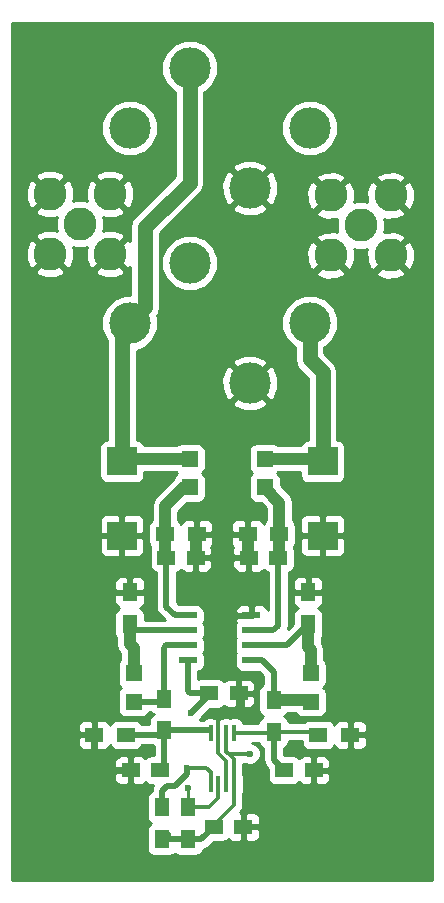
<source format=gtl>
G04 #@! TF.FileFunction,Copper,L1,Top,Signal*
%FSLAX46Y46*%
G04 Gerber Fmt 4.6, Leading zero omitted, Abs format (unit mm)*
G04 Created by KiCad (PCBNEW 4.0.6) date 01/05/18 17:09:47*
%MOMM*%
%LPD*%
G01*
G04 APERTURE LIST*
%ADD10C,0.100000*%
%ADD11C,0.600000*%
%ADD12R,1.500000X1.250000*%
%ADD13R,1.397000X1.350000*%
%ADD14C,2.800000*%
%ADD15R,2.500000X2.400000*%
%ADD16R,1.500000X1.300000*%
%ADD17R,1.300000X1.500000*%
%ADD18R,1.550000X0.600000*%
%ADD19R,0.400000X1.350000*%
%ADD20C,3.500000*%
%ADD21C,0.250000*%
%ADD22C,1.000000*%
%ADD23C,0.500000*%
%ADD24C,0.350000*%
%ADD25C,1.250000*%
%ADD26C,0.254000*%
G04 APERTURE END LIST*
D10*
D11*
X144820000Y-116620000D03*
X139820000Y-116620000D03*
X134820000Y-116620000D03*
X129820000Y-116620000D03*
X124820000Y-116620000D03*
X117920000Y-116620000D03*
X113120000Y-116620000D03*
X109820000Y-116620000D03*
X144720000Y-114720000D03*
X144720000Y-109720000D03*
X144720000Y-104720000D03*
X144720000Y-99720000D03*
X144720000Y-94720000D03*
X144720000Y-89720000D03*
X144720000Y-84720000D03*
X144720000Y-79720000D03*
X144720000Y-74720000D03*
X144720000Y-69720000D03*
X144720000Y-64720000D03*
X144720000Y-59720000D03*
X144720000Y-54720000D03*
X109720000Y-114720000D03*
X109720000Y-109720000D03*
X109720000Y-104720000D03*
X109720000Y-99720000D03*
X109720000Y-94720000D03*
X109720000Y-89720000D03*
X109720000Y-84720000D03*
X109720000Y-79720000D03*
X109720000Y-74720000D03*
X109720000Y-69720000D03*
X109720000Y-64720000D03*
X109720000Y-59720000D03*
X109720000Y-54720000D03*
X144620000Y-45220000D03*
X139620000Y-45220000D03*
X134620000Y-45220000D03*
X129620000Y-45220000D03*
X124620000Y-45220000D03*
X119620000Y-45220000D03*
X114620000Y-45220000D03*
D12*
X131970000Y-89720000D03*
X129470000Y-89720000D03*
X124970000Y-89720000D03*
X122470000Y-89720000D03*
X128631000Y-101219000D03*
X126131000Y-101219000D03*
X132470000Y-107720000D03*
X134970000Y-107720000D03*
X119470000Y-107720000D03*
X121970000Y-107720000D03*
X129012000Y-112522000D03*
X126512000Y-112522000D03*
D13*
X130810000Y-81350000D03*
X130810000Y-83750000D03*
X124460000Y-81350000D03*
X124460000Y-83750000D03*
X119720000Y-101920000D03*
X119720000Y-99520000D03*
X134720000Y-101920000D03*
X134720000Y-99520000D03*
D14*
X138938000Y-61595000D03*
X136398000Y-59055000D03*
X141478000Y-59055000D03*
X141478000Y-64135000D03*
X136398000Y-64135000D03*
X115189000Y-61468000D03*
X117729000Y-58928000D03*
X117729000Y-64008000D03*
X112649000Y-64008000D03*
X112649000Y-58928000D03*
D15*
X135720000Y-87870000D03*
X135720000Y-81570000D03*
X118720000Y-81570000D03*
X118720000Y-87870000D03*
D16*
X132070000Y-87720000D03*
X129370000Y-87720000D03*
X125070000Y-87720000D03*
X122370000Y-87720000D03*
D17*
X134493000Y-92630000D03*
X134493000Y-95330000D03*
X119380000Y-92630000D03*
X119380000Y-95330000D03*
X131572000Y-104474000D03*
X131572000Y-101774000D03*
X122301000Y-104347000D03*
X122301000Y-101647000D03*
D16*
X135370000Y-104720000D03*
X138070000Y-104720000D03*
X116370000Y-104720000D03*
X119070000Y-104720000D03*
D17*
X122120000Y-113570000D03*
X122120000Y-110870000D03*
X124320000Y-113570000D03*
X124320000Y-110870000D03*
D18*
X129700000Y-98425000D03*
X129700000Y-97155000D03*
X129700000Y-95885000D03*
X129700000Y-94615000D03*
X124300000Y-94615000D03*
X124300000Y-95885000D03*
X124300000Y-97155000D03*
X124300000Y-98425000D03*
D19*
X128195000Y-108870000D03*
X128195000Y-104570000D03*
X127545000Y-108870000D03*
X127545000Y-104570000D03*
X126895000Y-108870000D03*
X126895000Y-104570000D03*
X126245000Y-108870000D03*
X126245000Y-104570000D03*
D20*
X124460000Y-48260000D03*
X119380000Y-53340000D03*
X129540000Y-58420000D03*
X134620000Y-53340000D03*
X129540000Y-74930000D03*
X134620000Y-69850000D03*
X124460000Y-64770000D03*
X119380000Y-69850000D03*
D11*
X109620000Y-45220000D03*
X109720000Y-49720000D03*
X144720000Y-49720000D03*
X112220000Y-78220000D03*
X115220000Y-78220000D03*
X122220000Y-78220000D03*
X125720000Y-78220000D03*
X129220000Y-78220000D03*
X133220000Y-78220000D03*
X138720000Y-78220000D03*
X142220000Y-78220000D03*
X112600000Y-106260000D03*
X124560000Y-102900000D03*
X129560000Y-106310000D03*
X124300000Y-109250000D03*
X124240000Y-107490000D03*
D21*
X130810000Y-83750000D02*
X130810000Y-83810000D01*
D22*
X130810000Y-83810000D02*
X132070000Y-85070000D01*
X132070000Y-85070000D02*
X132070000Y-87720000D01*
X132070000Y-87720000D02*
X132070000Y-89620000D01*
D21*
X132070000Y-89620000D02*
X131970000Y-89720000D01*
D23*
X129700000Y-95885000D02*
X131555000Y-95885000D01*
X131555000Y-95885000D02*
X131970000Y-95470000D01*
X131970000Y-95470000D02*
X131970000Y-89720000D01*
D24*
X126895000Y-104570000D02*
X126895000Y-103295000D01*
X128940000Y-102250000D02*
X128940000Y-101528000D01*
X128570000Y-102620000D02*
X128940000Y-102250000D01*
X127570000Y-102620000D02*
X128570000Y-102620000D01*
X126895000Y-103295000D02*
X127570000Y-102620000D01*
X128940000Y-101528000D02*
X128631000Y-101219000D01*
D23*
X116370000Y-104720000D02*
X116370000Y-106460000D01*
X117630000Y-107720000D02*
X119470000Y-107720000D01*
X116370000Y-106460000D02*
X117630000Y-107720000D01*
X116370000Y-104720000D02*
X114140000Y-104720000D01*
X114140000Y-104720000D02*
X112600000Y-106260000D01*
D24*
X126895000Y-104570000D02*
X126895000Y-106295000D01*
X126895000Y-106295000D02*
X127545000Y-106945000D01*
X127545000Y-106945000D02*
X127545000Y-108870000D01*
D21*
X129370000Y-87720000D02*
X129220000Y-87720000D01*
D22*
X129370000Y-87720000D02*
X129370000Y-89620000D01*
D21*
X129370000Y-89620000D02*
X129470000Y-89720000D01*
D22*
X124970000Y-89720000D02*
X124970000Y-87820000D01*
D21*
X124970000Y-87820000D02*
X125070000Y-87720000D01*
X124440000Y-90170000D02*
X124460000Y-90170000D01*
X124540000Y-90070000D02*
X124440000Y-90170000D01*
D23*
X124300000Y-94615000D02*
X123215000Y-94615000D01*
X123215000Y-94615000D02*
X122470000Y-93870000D01*
X122470000Y-93870000D02*
X122470000Y-89720000D01*
D22*
X122370000Y-87720000D02*
X122370000Y-89620000D01*
D21*
X122370000Y-89620000D02*
X122470000Y-89720000D01*
X124460000Y-83750000D02*
X123990000Y-83750000D01*
D22*
X123990000Y-83750000D02*
X122370000Y-85370000D01*
X122370000Y-86080000D02*
X122370000Y-87720000D01*
X122370000Y-85370000D02*
X122370000Y-86080000D01*
D23*
X124560000Y-102900000D02*
X126131000Y-101329000D01*
D21*
X126131000Y-101329000D02*
X126131000Y-101219000D01*
X125631000Y-101219000D02*
X126131000Y-101219000D01*
D23*
X124300000Y-98425000D02*
X124300000Y-101000000D01*
X124300000Y-101000000D02*
X124519000Y-101219000D01*
X124519000Y-101219000D02*
X126131000Y-101219000D01*
D24*
X129515000Y-106355000D02*
X127755000Y-106355000D01*
D23*
X129560000Y-106310000D02*
X129515000Y-106355000D01*
D21*
X126512000Y-112522000D02*
X126512000Y-112328000D01*
D24*
X126512000Y-112328000D02*
X128195000Y-110645000D01*
X128195000Y-110645000D02*
X128195000Y-108870000D01*
D23*
X124320000Y-113570000D02*
X125464000Y-113570000D01*
X125464000Y-113570000D02*
X126512000Y-112522000D01*
X122120000Y-113570000D02*
X124320000Y-113570000D01*
D24*
X127545000Y-104570000D02*
X127545000Y-106145000D01*
X127545000Y-106145000D02*
X127755000Y-106355000D01*
X127755000Y-106355000D02*
X128195000Y-106795000D01*
X128195000Y-106795000D02*
X128195000Y-108870000D01*
D21*
X122720000Y-113070000D02*
X122720000Y-113320000D01*
D24*
X128195000Y-104570000D02*
X131476000Y-104570000D01*
D21*
X131476000Y-104570000D02*
X131572000Y-104474000D01*
D23*
X131572000Y-104474000D02*
X131572000Y-106822000D01*
X131572000Y-106822000D02*
X132470000Y-107720000D01*
D24*
X131572000Y-104474000D02*
X135124000Y-104474000D01*
D21*
X135124000Y-104474000D02*
X135370000Y-104720000D01*
D23*
X122301000Y-104347000D02*
X126022000Y-104347000D01*
D21*
X126022000Y-104347000D02*
X126245000Y-104570000D01*
D23*
X119070000Y-104720000D02*
X121928000Y-104720000D01*
D21*
X121928000Y-104720000D02*
X122301000Y-104347000D01*
D23*
X122301000Y-104347000D02*
X122301000Y-106090000D01*
X122301000Y-106090000D02*
X122301000Y-107389000D01*
D21*
X122301000Y-107389000D02*
X121970000Y-107720000D01*
D22*
X130810000Y-81350000D02*
X135500000Y-81350000D01*
X135500000Y-81350000D02*
X135720000Y-81570000D01*
D21*
X131030000Y-81570000D02*
X130810000Y-81350000D01*
D25*
X134620000Y-69850000D02*
X134620000Y-72920000D01*
X134620000Y-72920000D02*
X135720000Y-74020000D01*
X135720000Y-74020000D02*
X135720000Y-81570000D01*
X124460000Y-48260000D02*
X124460000Y-57960000D01*
X120700000Y-68530000D02*
X119380000Y-69850000D01*
X120700000Y-61720000D02*
X120700000Y-68530000D01*
X124460000Y-57960000D02*
X120700000Y-61720000D01*
D22*
X124460000Y-81350000D02*
X118940000Y-81350000D01*
X118940000Y-81350000D02*
X118720000Y-81570000D01*
D25*
X118720000Y-81570000D02*
X118720000Y-70510000D01*
X118720000Y-70510000D02*
X119380000Y-69850000D01*
D21*
X124240000Y-81570000D02*
X124460000Y-81350000D01*
X119380000Y-80910000D02*
X118720000Y-81570000D01*
X124460000Y-48260000D02*
X124180000Y-48260000D01*
X120520000Y-68710000D02*
X119380000Y-69850000D01*
D23*
X119720000Y-101920000D02*
X122028000Y-101920000D01*
D21*
X122028000Y-101920000D02*
X122301000Y-101647000D01*
D23*
X124300000Y-97155000D02*
X122485000Y-97155000D01*
X122485000Y-97155000D02*
X122301000Y-97339000D01*
X122301000Y-97339000D02*
X122301000Y-101647000D01*
D22*
X119380000Y-95330000D02*
X119380000Y-97060000D01*
X119720000Y-97400000D02*
X119720000Y-99520000D01*
X119380000Y-97060000D02*
X119720000Y-97400000D01*
D21*
X119380000Y-99180000D02*
X119720000Y-99520000D01*
D23*
X124300000Y-95885000D02*
X119935000Y-95885000D01*
D21*
X119935000Y-95885000D02*
X119380000Y-95330000D01*
D22*
X131572000Y-101774000D02*
X134574000Y-101774000D01*
D21*
X134574000Y-101774000D02*
X134720000Y-101920000D01*
D23*
X129700000Y-98425000D02*
X130625000Y-98425000D01*
X131572000Y-99372000D02*
X131572000Y-101774000D01*
X130625000Y-98425000D02*
X131572000Y-99372000D01*
D22*
X134720000Y-99520000D02*
X134720000Y-97550000D01*
X134493000Y-97323000D02*
X134493000Y-95330000D01*
X134720000Y-97550000D02*
X134493000Y-97323000D01*
D21*
X134720000Y-95557000D02*
X134493000Y-95330000D01*
D23*
X129700000Y-97155000D02*
X132668000Y-97155000D01*
X132668000Y-97155000D02*
X134493000Y-95330000D01*
D21*
X124320000Y-110870000D02*
X124320000Y-109270000D01*
X124320000Y-109270000D02*
X124300000Y-109250000D01*
D24*
X126895000Y-110045000D02*
X126895000Y-108870000D01*
X124320000Y-110870000D02*
X126070000Y-110870000D01*
X126070000Y-110870000D02*
X126895000Y-110045000D01*
D23*
X122120000Y-110870000D02*
X122120000Y-109470000D01*
X124240000Y-108040000D02*
X124240000Y-107490000D01*
X123210000Y-109070000D02*
X124240000Y-108040000D01*
X122520000Y-109070000D02*
X123210000Y-109070000D01*
X122120000Y-109470000D02*
X122520000Y-109070000D01*
D24*
X126245000Y-107895000D02*
X126245000Y-108870000D01*
X125880000Y-107530000D02*
X126245000Y-107895000D01*
X124280000Y-107530000D02*
X125880000Y-107530000D01*
D21*
X124240000Y-107490000D02*
X124280000Y-107530000D01*
D26*
G36*
X145010000Y-117010000D02*
X109430000Y-117010000D01*
X109430000Y-108005750D01*
X118085000Y-108005750D01*
X118085000Y-108471310D01*
X118181673Y-108704699D01*
X118360302Y-108883327D01*
X118593691Y-108980000D01*
X119184250Y-108980000D01*
X119343000Y-108821250D01*
X119343000Y-107847000D01*
X118243750Y-107847000D01*
X118085000Y-108005750D01*
X109430000Y-108005750D01*
X109430000Y-106968690D01*
X118085000Y-106968690D01*
X118085000Y-107434250D01*
X118243750Y-107593000D01*
X119343000Y-107593000D01*
X119343000Y-106618750D01*
X119184250Y-106460000D01*
X118593691Y-106460000D01*
X118360302Y-106556673D01*
X118181673Y-106735301D01*
X118085000Y-106968690D01*
X109430000Y-106968690D01*
X109430000Y-105005750D01*
X114985000Y-105005750D01*
X114985000Y-105496310D01*
X115081673Y-105729699D01*
X115260302Y-105908327D01*
X115493691Y-106005000D01*
X116084250Y-106005000D01*
X116243000Y-105846250D01*
X116243000Y-104847000D01*
X115143750Y-104847000D01*
X114985000Y-105005750D01*
X109430000Y-105005750D01*
X109430000Y-103943690D01*
X114985000Y-103943690D01*
X114985000Y-104434250D01*
X115143750Y-104593000D01*
X116243000Y-104593000D01*
X116243000Y-103593750D01*
X116497000Y-103593750D01*
X116497000Y-104593000D01*
X116517000Y-104593000D01*
X116517000Y-104847000D01*
X116497000Y-104847000D01*
X116497000Y-105846250D01*
X116655750Y-106005000D01*
X117246309Y-106005000D01*
X117479698Y-105908327D01*
X117658327Y-105729699D01*
X117714654Y-105593713D01*
X117716838Y-105605317D01*
X117855910Y-105821441D01*
X118068110Y-105966431D01*
X118320000Y-106017440D01*
X119820000Y-106017440D01*
X120055317Y-105973162D01*
X120271441Y-105834090D01*
X120416431Y-105621890D01*
X120419851Y-105605000D01*
X121269687Y-105605000D01*
X121399110Y-105693431D01*
X121416000Y-105696851D01*
X121416000Y-106447560D01*
X121220000Y-106447560D01*
X120984683Y-106491838D01*
X120768559Y-106630910D01*
X120722031Y-106699006D01*
X120579698Y-106556673D01*
X120346309Y-106460000D01*
X119755750Y-106460000D01*
X119597000Y-106618750D01*
X119597000Y-107593000D01*
X119617000Y-107593000D01*
X119617000Y-107847000D01*
X119597000Y-107847000D01*
X119597000Y-108821250D01*
X119755750Y-108980000D01*
X120346309Y-108980000D01*
X120579698Y-108883327D01*
X120720936Y-108742090D01*
X120755910Y-108796441D01*
X120968110Y-108941431D01*
X121220000Y-108992440D01*
X121395166Y-108992440D01*
X121302367Y-109131325D01*
X121302367Y-109131326D01*
X121234999Y-109470000D01*
X121235000Y-109470005D01*
X121235000Y-109516778D01*
X121234683Y-109516838D01*
X121018559Y-109655910D01*
X120873569Y-109868110D01*
X120822560Y-110120000D01*
X120822560Y-111620000D01*
X120866838Y-111855317D01*
X121005910Y-112071441D01*
X121218110Y-112216431D01*
X121231197Y-112219081D01*
X121018559Y-112355910D01*
X120873569Y-112568110D01*
X120822560Y-112820000D01*
X120822560Y-114320000D01*
X120866838Y-114555317D01*
X121005910Y-114771441D01*
X121218110Y-114916431D01*
X121470000Y-114967440D01*
X122770000Y-114967440D01*
X123005317Y-114923162D01*
X123221441Y-114784090D01*
X123222390Y-114782701D01*
X123418110Y-114916431D01*
X123670000Y-114967440D01*
X124970000Y-114967440D01*
X125205317Y-114923162D01*
X125421441Y-114784090D01*
X125566431Y-114571890D01*
X125595394Y-114428864D01*
X125746484Y-114398810D01*
X125802675Y-114387633D01*
X126089790Y-114195790D01*
X126491140Y-113794440D01*
X127262000Y-113794440D01*
X127497317Y-113750162D01*
X127713441Y-113611090D01*
X127759969Y-113542994D01*
X127902302Y-113685327D01*
X128135691Y-113782000D01*
X128726250Y-113782000D01*
X128885000Y-113623250D01*
X128885000Y-112649000D01*
X129139000Y-112649000D01*
X129139000Y-113623250D01*
X129297750Y-113782000D01*
X129888309Y-113782000D01*
X130121698Y-113685327D01*
X130300327Y-113506699D01*
X130397000Y-113273310D01*
X130397000Y-112807750D01*
X130238250Y-112649000D01*
X129139000Y-112649000D01*
X128885000Y-112649000D01*
X128865000Y-112649000D01*
X128865000Y-112395000D01*
X128885000Y-112395000D01*
X128885000Y-111420750D01*
X129139000Y-111420750D01*
X129139000Y-112395000D01*
X130238250Y-112395000D01*
X130397000Y-112236250D01*
X130397000Y-111770690D01*
X130300327Y-111537301D01*
X130121698Y-111358673D01*
X129888309Y-111262000D01*
X129297750Y-111262000D01*
X129139000Y-111420750D01*
X128885000Y-111420750D01*
X128726250Y-111262000D01*
X128723513Y-111262000D01*
X128767756Y-111217757D01*
X128855549Y-111086365D01*
X128943342Y-110954974D01*
X129005000Y-110645000D01*
X129005000Y-109729884D01*
X129042440Y-109545000D01*
X129042440Y-108195000D01*
X129005000Y-107996024D01*
X129005000Y-107165000D01*
X129164902Y-107165000D01*
X129176326Y-107172633D01*
X129220450Y-107181410D01*
X129373201Y-107244838D01*
X129745167Y-107245162D01*
X130088943Y-107103117D01*
X130352192Y-106840327D01*
X130494838Y-106496799D01*
X130495162Y-106124833D01*
X130353117Y-105781057D01*
X130090327Y-105517808D01*
X129758450Y-105380000D01*
X130303913Y-105380000D01*
X130318838Y-105459317D01*
X130457910Y-105675441D01*
X130670110Y-105820431D01*
X130687000Y-105823851D01*
X130687000Y-106821995D01*
X130686999Y-106822000D01*
X130718585Y-106980790D01*
X130754367Y-107160675D01*
X130906928Y-107389000D01*
X130946210Y-107447790D01*
X131072560Y-107574140D01*
X131072560Y-108345000D01*
X131116838Y-108580317D01*
X131255910Y-108796441D01*
X131468110Y-108941431D01*
X131720000Y-108992440D01*
X133220000Y-108992440D01*
X133455317Y-108948162D01*
X133671441Y-108809090D01*
X133717969Y-108740994D01*
X133860302Y-108883327D01*
X134093691Y-108980000D01*
X134684250Y-108980000D01*
X134843000Y-108821250D01*
X134843000Y-107847000D01*
X135097000Y-107847000D01*
X135097000Y-108821250D01*
X135255750Y-108980000D01*
X135846309Y-108980000D01*
X136079698Y-108883327D01*
X136258327Y-108704699D01*
X136355000Y-108471310D01*
X136355000Y-108005750D01*
X136196250Y-107847000D01*
X135097000Y-107847000D01*
X134843000Y-107847000D01*
X134823000Y-107847000D01*
X134823000Y-107593000D01*
X134843000Y-107593000D01*
X134843000Y-106618750D01*
X135097000Y-106618750D01*
X135097000Y-107593000D01*
X136196250Y-107593000D01*
X136355000Y-107434250D01*
X136355000Y-106968690D01*
X136258327Y-106735301D01*
X136079698Y-106556673D01*
X135846309Y-106460000D01*
X135255750Y-106460000D01*
X135097000Y-106618750D01*
X134843000Y-106618750D01*
X134684250Y-106460000D01*
X134093691Y-106460000D01*
X133860302Y-106556673D01*
X133719064Y-106697910D01*
X133684090Y-106643559D01*
X133471890Y-106498569D01*
X133220000Y-106447560D01*
X132457000Y-106447560D01*
X132457000Y-105827222D01*
X132457317Y-105827162D01*
X132673441Y-105688090D01*
X132818431Y-105475890D01*
X132857290Y-105284000D01*
X133972560Y-105284000D01*
X133972560Y-105370000D01*
X134016838Y-105605317D01*
X134155910Y-105821441D01*
X134368110Y-105966431D01*
X134620000Y-106017440D01*
X136120000Y-106017440D01*
X136355317Y-105973162D01*
X136571441Y-105834090D01*
X136716431Y-105621890D01*
X136723191Y-105588510D01*
X136781673Y-105729699D01*
X136960302Y-105908327D01*
X137193691Y-106005000D01*
X137784250Y-106005000D01*
X137943000Y-105846250D01*
X137943000Y-104847000D01*
X138197000Y-104847000D01*
X138197000Y-105846250D01*
X138355750Y-106005000D01*
X138946309Y-106005000D01*
X139179698Y-105908327D01*
X139358327Y-105729699D01*
X139455000Y-105496310D01*
X139455000Y-105005750D01*
X139296250Y-104847000D01*
X138197000Y-104847000D01*
X137943000Y-104847000D01*
X137923000Y-104847000D01*
X137923000Y-104593000D01*
X137943000Y-104593000D01*
X137943000Y-103593750D01*
X138197000Y-103593750D01*
X138197000Y-104593000D01*
X139296250Y-104593000D01*
X139455000Y-104434250D01*
X139455000Y-103943690D01*
X139358327Y-103710301D01*
X139179698Y-103531673D01*
X138946309Y-103435000D01*
X138355750Y-103435000D01*
X138197000Y-103593750D01*
X137943000Y-103593750D01*
X137784250Y-103435000D01*
X137193691Y-103435000D01*
X136960302Y-103531673D01*
X136781673Y-103710301D01*
X136725346Y-103846287D01*
X136723162Y-103834683D01*
X136584090Y-103618559D01*
X136371890Y-103473569D01*
X136120000Y-103422560D01*
X134620000Y-103422560D01*
X134384683Y-103466838D01*
X134168559Y-103605910D01*
X134128868Y-103664000D01*
X132858150Y-103664000D01*
X132825162Y-103488683D01*
X132686090Y-103272559D01*
X132473890Y-103127569D01*
X132460803Y-103124919D01*
X132673441Y-102988090D01*
X132727481Y-102909000D01*
X133468969Y-102909000D01*
X133557410Y-103046441D01*
X133769610Y-103191431D01*
X134021500Y-103242440D01*
X135418500Y-103242440D01*
X135653817Y-103198162D01*
X135869941Y-103059090D01*
X136014931Y-102846890D01*
X136065940Y-102595000D01*
X136065940Y-101245000D01*
X136021662Y-101009683D01*
X135882590Y-100793559D01*
X135775103Y-100720116D01*
X135869941Y-100659090D01*
X136014931Y-100446890D01*
X136065940Y-100195000D01*
X136065940Y-98845000D01*
X136021662Y-98609683D01*
X135882590Y-98393559D01*
X135855000Y-98374708D01*
X135855000Y-97550000D01*
X135768603Y-97115654D01*
X135628000Y-96905227D01*
X135628000Y-96494975D01*
X135739431Y-96331890D01*
X135790440Y-96080000D01*
X135790440Y-94580000D01*
X135746162Y-94344683D01*
X135607090Y-94128559D01*
X135394890Y-93983569D01*
X135361510Y-93976809D01*
X135502699Y-93918327D01*
X135681327Y-93739698D01*
X135778000Y-93506309D01*
X135778000Y-92915750D01*
X135619250Y-92757000D01*
X134620000Y-92757000D01*
X134620000Y-92777000D01*
X134366000Y-92777000D01*
X134366000Y-92757000D01*
X133366750Y-92757000D01*
X133208000Y-92915750D01*
X133208000Y-93506309D01*
X133304673Y-93739698D01*
X133483301Y-93918327D01*
X133619287Y-93974654D01*
X133607683Y-93976838D01*
X133391559Y-94115910D01*
X133246569Y-94328110D01*
X133195560Y-94580000D01*
X133195560Y-95375861D01*
X132793813Y-95777608D01*
X132815481Y-95668674D01*
X132855001Y-95470000D01*
X132855000Y-95469995D01*
X132855000Y-91753691D01*
X133208000Y-91753691D01*
X133208000Y-92344250D01*
X133366750Y-92503000D01*
X134366000Y-92503000D01*
X134366000Y-91403750D01*
X134620000Y-91403750D01*
X134620000Y-92503000D01*
X135619250Y-92503000D01*
X135778000Y-92344250D01*
X135778000Y-91753691D01*
X135681327Y-91520302D01*
X135502699Y-91341673D01*
X135269310Y-91245000D01*
X134778750Y-91245000D01*
X134620000Y-91403750D01*
X134366000Y-91403750D01*
X134207250Y-91245000D01*
X133716690Y-91245000D01*
X133483301Y-91341673D01*
X133304673Y-91520302D01*
X133208000Y-91753691D01*
X132855000Y-91753691D01*
X132855000Y-90967038D01*
X132955317Y-90948162D01*
X133171441Y-90809090D01*
X133316431Y-90596890D01*
X133367440Y-90345000D01*
X133367440Y-89095000D01*
X133323162Y-88859683D01*
X133289596Y-88807520D01*
X133416431Y-88621890D01*
X133467440Y-88370000D01*
X133467440Y-88155750D01*
X133835000Y-88155750D01*
X133835000Y-89196309D01*
X133931673Y-89429698D01*
X134110301Y-89608327D01*
X134343690Y-89705000D01*
X135434250Y-89705000D01*
X135593000Y-89546250D01*
X135593000Y-87997000D01*
X135847000Y-87997000D01*
X135847000Y-89546250D01*
X136005750Y-89705000D01*
X137096310Y-89705000D01*
X137329699Y-89608327D01*
X137508327Y-89429698D01*
X137605000Y-89196309D01*
X137605000Y-88155750D01*
X137446250Y-87997000D01*
X135847000Y-87997000D01*
X135593000Y-87997000D01*
X133993750Y-87997000D01*
X133835000Y-88155750D01*
X133467440Y-88155750D01*
X133467440Y-87070000D01*
X133423162Y-86834683D01*
X133284090Y-86618559D01*
X133205000Y-86564519D01*
X133205000Y-86543691D01*
X133835000Y-86543691D01*
X133835000Y-87584250D01*
X133993750Y-87743000D01*
X135593000Y-87743000D01*
X135593000Y-86193750D01*
X135847000Y-86193750D01*
X135847000Y-87743000D01*
X137446250Y-87743000D01*
X137605000Y-87584250D01*
X137605000Y-86543691D01*
X137508327Y-86310302D01*
X137329699Y-86131673D01*
X137096310Y-86035000D01*
X136005750Y-86035000D01*
X135847000Y-86193750D01*
X135593000Y-86193750D01*
X135434250Y-86035000D01*
X134343690Y-86035000D01*
X134110301Y-86131673D01*
X133931673Y-86310302D01*
X133835000Y-86543691D01*
X133205000Y-86543691D01*
X133205000Y-85070000D01*
X133118603Y-84635654D01*
X132872566Y-84267434D01*
X132155940Y-83550808D01*
X132155940Y-83075000D01*
X132111662Y-82839683D01*
X131972590Y-82623559D01*
X131865103Y-82550116D01*
X131959941Y-82489090D01*
X131962736Y-82485000D01*
X133822560Y-82485000D01*
X133822560Y-82770000D01*
X133866838Y-83005317D01*
X134005910Y-83221441D01*
X134218110Y-83366431D01*
X134470000Y-83417440D01*
X136970000Y-83417440D01*
X137205317Y-83373162D01*
X137421441Y-83234090D01*
X137566431Y-83021890D01*
X137617440Y-82770000D01*
X137617440Y-80370000D01*
X137573162Y-80134683D01*
X137434090Y-79918559D01*
X137221890Y-79773569D01*
X136980000Y-79724585D01*
X136980000Y-74020005D01*
X136980001Y-74020000D01*
X136884088Y-73537819D01*
X136793458Y-73402181D01*
X136610955Y-73129045D01*
X136610952Y-73129043D01*
X135880000Y-72398090D01*
X135880000Y-71909953D01*
X135969229Y-71873084D01*
X136640726Y-71202758D01*
X137004585Y-70326487D01*
X137005413Y-69377675D01*
X136643084Y-68500771D01*
X135972758Y-67829274D01*
X135096487Y-67465415D01*
X134147675Y-67464587D01*
X133270771Y-67826916D01*
X132599274Y-68497242D01*
X132235415Y-69373513D01*
X132234587Y-70322325D01*
X132596916Y-71199229D01*
X133267242Y-71870726D01*
X133360000Y-71909242D01*
X133360000Y-72919995D01*
X133359999Y-72920000D01*
X133455912Y-73402181D01*
X133729045Y-73810955D01*
X134460000Y-74541909D01*
X134460000Y-79724442D01*
X134234683Y-79766838D01*
X134018559Y-79905910D01*
X133873569Y-80118110D01*
X133853948Y-80215000D01*
X131960063Y-80215000D01*
X131760390Y-80078569D01*
X131508500Y-80027560D01*
X130111500Y-80027560D01*
X129876183Y-80071838D01*
X129660059Y-80210910D01*
X129515069Y-80423110D01*
X129464060Y-80675000D01*
X129464060Y-82025000D01*
X129508338Y-82260317D01*
X129647410Y-82476441D01*
X129754897Y-82549884D01*
X129660059Y-82610910D01*
X129515069Y-82823110D01*
X129464060Y-83075000D01*
X129464060Y-84425000D01*
X129508338Y-84660317D01*
X129647410Y-84876441D01*
X129859610Y-85021431D01*
X130111500Y-85072440D01*
X130467308Y-85072440D01*
X130935000Y-85540132D01*
X130935000Y-86563156D01*
X130868559Y-86605910D01*
X130723569Y-86818110D01*
X130716809Y-86851490D01*
X130658327Y-86710301D01*
X130479698Y-86531673D01*
X130246309Y-86435000D01*
X129655750Y-86435000D01*
X129497000Y-86593750D01*
X129497000Y-87593000D01*
X129517000Y-87593000D01*
X129517000Y-87847000D01*
X129497000Y-87847000D01*
X129497000Y-88846250D01*
X129597000Y-88946250D01*
X129597000Y-89593000D01*
X129617000Y-89593000D01*
X129617000Y-89847000D01*
X129597000Y-89847000D01*
X129597000Y-90821250D01*
X129755750Y-90980000D01*
X130346309Y-90980000D01*
X130579698Y-90883327D01*
X130720936Y-90742090D01*
X130755910Y-90796441D01*
X130968110Y-90941431D01*
X131085000Y-90965102D01*
X131085000Y-94128335D01*
X131013327Y-93955301D01*
X130834698Y-93776673D01*
X130601309Y-93680000D01*
X129985750Y-93680000D01*
X129827000Y-93838750D01*
X129827000Y-94488000D01*
X129847000Y-94488000D01*
X129847000Y-94742000D01*
X129827000Y-94742000D01*
X129827000Y-94762000D01*
X129573000Y-94762000D01*
X129573000Y-94742000D01*
X128448750Y-94742000D01*
X128290000Y-94900750D01*
X128290000Y-95041310D01*
X128379806Y-95258122D01*
X128328569Y-95333110D01*
X128277560Y-95585000D01*
X128277560Y-96185000D01*
X128321838Y-96420317D01*
X128385678Y-96519528D01*
X128328569Y-96603110D01*
X128277560Y-96855000D01*
X128277560Y-97455000D01*
X128321838Y-97690317D01*
X128385678Y-97789528D01*
X128328569Y-97873110D01*
X128277560Y-98125000D01*
X128277560Y-98725000D01*
X128321838Y-98960317D01*
X128460910Y-99176441D01*
X128673110Y-99321431D01*
X128925000Y-99372440D01*
X130320860Y-99372440D01*
X130687000Y-99738579D01*
X130687000Y-100420778D01*
X130686683Y-100420838D01*
X130470559Y-100559910D01*
X130325569Y-100772110D01*
X130274560Y-101024000D01*
X130274560Y-102524000D01*
X130318838Y-102759317D01*
X130457910Y-102975441D01*
X130670110Y-103120431D01*
X130683197Y-103123081D01*
X130470559Y-103259910D01*
X130325569Y-103472110D01*
X130274560Y-103724000D01*
X130274560Y-103760000D01*
X129017038Y-103760000D01*
X128998162Y-103659683D01*
X128859090Y-103443559D01*
X128646890Y-103298569D01*
X128395000Y-103247560D01*
X127995000Y-103247560D01*
X127865411Y-103271944D01*
X127745000Y-103247560D01*
X127345000Y-103247560D01*
X127239295Y-103267450D01*
X127221309Y-103260000D01*
X127153750Y-103260000D01*
X127124746Y-103289004D01*
X127109683Y-103291838D01*
X126893559Y-103430910D01*
X126892610Y-103432299D01*
X126696890Y-103298569D01*
X126669215Y-103292965D01*
X126636250Y-103260000D01*
X126568691Y-103260000D01*
X126548247Y-103268468D01*
X126445000Y-103247560D01*
X126045000Y-103247560D01*
X125809683Y-103291838D01*
X125593559Y-103430910D01*
X125572316Y-103462000D01*
X125320464Y-103462000D01*
X125352192Y-103430327D01*
X125402566Y-103309014D01*
X126220139Y-102491440D01*
X126881000Y-102491440D01*
X127116317Y-102447162D01*
X127332441Y-102308090D01*
X127378969Y-102239994D01*
X127521302Y-102382327D01*
X127754691Y-102479000D01*
X128345250Y-102479000D01*
X128504000Y-102320250D01*
X128504000Y-101346000D01*
X128758000Y-101346000D01*
X128758000Y-102320250D01*
X128916750Y-102479000D01*
X129507309Y-102479000D01*
X129740698Y-102382327D01*
X129919327Y-102203699D01*
X130016000Y-101970310D01*
X130016000Y-101504750D01*
X129857250Y-101346000D01*
X128758000Y-101346000D01*
X128504000Y-101346000D01*
X128484000Y-101346000D01*
X128484000Y-101092000D01*
X128504000Y-101092000D01*
X128504000Y-100117750D01*
X128758000Y-100117750D01*
X128758000Y-101092000D01*
X129857250Y-101092000D01*
X130016000Y-100933250D01*
X130016000Y-100467690D01*
X129919327Y-100234301D01*
X129740698Y-100055673D01*
X129507309Y-99959000D01*
X128916750Y-99959000D01*
X128758000Y-100117750D01*
X128504000Y-100117750D01*
X128345250Y-99959000D01*
X127754691Y-99959000D01*
X127521302Y-100055673D01*
X127380064Y-100196910D01*
X127345090Y-100142559D01*
X127132890Y-99997569D01*
X126881000Y-99946560D01*
X125381000Y-99946560D01*
X125185000Y-99983440D01*
X125185000Y-99351742D01*
X125310317Y-99328162D01*
X125526441Y-99189090D01*
X125671431Y-98976890D01*
X125722440Y-98725000D01*
X125722440Y-98125000D01*
X125678162Y-97889683D01*
X125614322Y-97790472D01*
X125671431Y-97706890D01*
X125722440Y-97455000D01*
X125722440Y-96855000D01*
X125678162Y-96619683D01*
X125614322Y-96520472D01*
X125671431Y-96436890D01*
X125722440Y-96185000D01*
X125722440Y-95585000D01*
X125678162Y-95349683D01*
X125614322Y-95250472D01*
X125671431Y-95166890D01*
X125722440Y-94915000D01*
X125722440Y-94315000D01*
X125698674Y-94188690D01*
X128290000Y-94188690D01*
X128290000Y-94329250D01*
X128448750Y-94488000D01*
X129573000Y-94488000D01*
X129573000Y-93838750D01*
X129414250Y-93680000D01*
X128798691Y-93680000D01*
X128565302Y-93776673D01*
X128386673Y-93955301D01*
X128290000Y-94188690D01*
X125698674Y-94188690D01*
X125678162Y-94079683D01*
X125539090Y-93863559D01*
X125326890Y-93718569D01*
X125075000Y-93667560D01*
X123525000Y-93667560D01*
X123520068Y-93668488D01*
X123355000Y-93503420D01*
X123355000Y-90967038D01*
X123455317Y-90948162D01*
X123671441Y-90809090D01*
X123717969Y-90740994D01*
X123860302Y-90883327D01*
X124093691Y-90980000D01*
X124684250Y-90980000D01*
X124843000Y-90821250D01*
X124843000Y-89847000D01*
X125097000Y-89847000D01*
X125097000Y-90821250D01*
X125255750Y-90980000D01*
X125846309Y-90980000D01*
X126079698Y-90883327D01*
X126258327Y-90704699D01*
X126355000Y-90471310D01*
X126355000Y-90005750D01*
X128085000Y-90005750D01*
X128085000Y-90471310D01*
X128181673Y-90704699D01*
X128360302Y-90883327D01*
X128593691Y-90980000D01*
X129184250Y-90980000D01*
X129343000Y-90821250D01*
X129343000Y-89847000D01*
X128243750Y-89847000D01*
X128085000Y-90005750D01*
X126355000Y-90005750D01*
X126196250Y-89847000D01*
X125097000Y-89847000D01*
X124843000Y-89847000D01*
X124823000Y-89847000D01*
X124823000Y-89593000D01*
X124843000Y-89593000D01*
X124843000Y-88946250D01*
X124943000Y-88846250D01*
X124943000Y-88618750D01*
X125097000Y-88618750D01*
X125097000Y-89593000D01*
X126196250Y-89593000D01*
X126355000Y-89434250D01*
X126355000Y-88968690D01*
X126285975Y-88802050D01*
X126358327Y-88729699D01*
X126455000Y-88496310D01*
X126455000Y-88005750D01*
X127985000Y-88005750D01*
X127985000Y-88496310D01*
X128081673Y-88729699D01*
X128154025Y-88802050D01*
X128085000Y-88968690D01*
X128085000Y-89434250D01*
X128243750Y-89593000D01*
X129343000Y-89593000D01*
X129343000Y-88618750D01*
X129243000Y-88518750D01*
X129243000Y-87847000D01*
X128143750Y-87847000D01*
X127985000Y-88005750D01*
X126455000Y-88005750D01*
X126296250Y-87847000D01*
X125197000Y-87847000D01*
X125197000Y-88518750D01*
X125097000Y-88618750D01*
X124943000Y-88618750D01*
X124943000Y-87847000D01*
X124923000Y-87847000D01*
X124923000Y-87593000D01*
X124943000Y-87593000D01*
X124943000Y-86593750D01*
X125197000Y-86593750D01*
X125197000Y-87593000D01*
X126296250Y-87593000D01*
X126455000Y-87434250D01*
X126455000Y-86943690D01*
X127985000Y-86943690D01*
X127985000Y-87434250D01*
X128143750Y-87593000D01*
X129243000Y-87593000D01*
X129243000Y-86593750D01*
X129084250Y-86435000D01*
X128493691Y-86435000D01*
X128260302Y-86531673D01*
X128081673Y-86710301D01*
X127985000Y-86943690D01*
X126455000Y-86943690D01*
X126358327Y-86710301D01*
X126179698Y-86531673D01*
X125946309Y-86435000D01*
X125355750Y-86435000D01*
X125197000Y-86593750D01*
X124943000Y-86593750D01*
X124784250Y-86435000D01*
X124193691Y-86435000D01*
X123960302Y-86531673D01*
X123781673Y-86710301D01*
X123725346Y-86846287D01*
X123723162Y-86834683D01*
X123584090Y-86618559D01*
X123505000Y-86564519D01*
X123505000Y-85840132D01*
X124272692Y-85072440D01*
X125158500Y-85072440D01*
X125393817Y-85028162D01*
X125609941Y-84889090D01*
X125754931Y-84676890D01*
X125805940Y-84425000D01*
X125805940Y-83075000D01*
X125761662Y-82839683D01*
X125622590Y-82623559D01*
X125515103Y-82550116D01*
X125609941Y-82489090D01*
X125754931Y-82276890D01*
X125805940Y-82025000D01*
X125805940Y-80675000D01*
X125761662Y-80439683D01*
X125622590Y-80223559D01*
X125410390Y-80078569D01*
X125158500Y-80027560D01*
X123761500Y-80027560D01*
X123526183Y-80071838D01*
X123310059Y-80210910D01*
X123307264Y-80215000D01*
X120588275Y-80215000D01*
X120573162Y-80134683D01*
X120434090Y-79918559D01*
X120221890Y-79773569D01*
X119980000Y-79724585D01*
X119980000Y-76624528D01*
X128025077Y-76624528D01*
X128215364Y-76969271D01*
X129096591Y-77320956D01*
X130045323Y-77308641D01*
X130864636Y-76969271D01*
X131054923Y-76624528D01*
X129540000Y-75109605D01*
X128025077Y-76624528D01*
X119980000Y-76624528D01*
X119980000Y-74486591D01*
X127149044Y-74486591D01*
X127161359Y-75435323D01*
X127500729Y-76254636D01*
X127845472Y-76444923D01*
X129360395Y-74930000D01*
X129719605Y-74930000D01*
X131234528Y-76444923D01*
X131579271Y-76254636D01*
X131930956Y-75373409D01*
X131918641Y-74424677D01*
X131579271Y-73605364D01*
X131234528Y-73415077D01*
X129719605Y-74930000D01*
X129360395Y-74930000D01*
X127845472Y-73415077D01*
X127500729Y-73605364D01*
X127149044Y-74486591D01*
X119980000Y-74486591D01*
X119980000Y-73235472D01*
X128025077Y-73235472D01*
X129540000Y-74750395D01*
X131054923Y-73235472D01*
X130864636Y-72890729D01*
X129983409Y-72539044D01*
X129034677Y-72551359D01*
X128215364Y-72890729D01*
X128025077Y-73235472D01*
X119980000Y-73235472D01*
X119980000Y-72182659D01*
X120729229Y-71873084D01*
X121400726Y-71202758D01*
X121764585Y-70326487D01*
X121765413Y-69377675D01*
X121709802Y-69243087D01*
X121864088Y-69012181D01*
X121866344Y-69000840D01*
X121960001Y-68530000D01*
X121960000Y-68529995D01*
X121960000Y-65242325D01*
X122074587Y-65242325D01*
X122436916Y-66119229D01*
X123107242Y-66790726D01*
X123983513Y-67154585D01*
X124932325Y-67155413D01*
X125809229Y-66793084D01*
X126480726Y-66122758D01*
X126707458Y-65576724D01*
X135135882Y-65576724D01*
X135283455Y-65885106D01*
X136038031Y-66178405D01*
X136847409Y-66160614D01*
X137512545Y-65885106D01*
X137660118Y-65576724D01*
X140215882Y-65576724D01*
X140363455Y-65885106D01*
X141118031Y-66178405D01*
X141927409Y-66160614D01*
X142592545Y-65885106D01*
X142740118Y-65576724D01*
X141478000Y-64314605D01*
X140215882Y-65576724D01*
X137660118Y-65576724D01*
X136398000Y-64314605D01*
X135135882Y-65576724D01*
X126707458Y-65576724D01*
X126844585Y-65246487D01*
X126845413Y-64297675D01*
X126629462Y-63775031D01*
X134354595Y-63775031D01*
X134372386Y-64584409D01*
X134647894Y-65249545D01*
X134956276Y-65397118D01*
X136218395Y-64135000D01*
X134956276Y-62872882D01*
X134647894Y-63020455D01*
X134354595Y-63775031D01*
X126629462Y-63775031D01*
X126483084Y-63420771D01*
X125812758Y-62749274D01*
X124936487Y-62385415D01*
X123987675Y-62384587D01*
X123110771Y-62746916D01*
X122439274Y-63417242D01*
X122075415Y-64293513D01*
X122074587Y-65242325D01*
X121960000Y-65242325D01*
X121960000Y-62241910D01*
X124087382Y-60114528D01*
X128025077Y-60114528D01*
X128215364Y-60459271D01*
X129096591Y-60810956D01*
X130045323Y-60798641D01*
X130774216Y-60496724D01*
X135135882Y-60496724D01*
X135283455Y-60805106D01*
X136038031Y-61098405D01*
X136847409Y-61080614D01*
X136969048Y-61030230D01*
X136903354Y-61188438D01*
X136902648Y-61998011D01*
X136976397Y-62176496D01*
X136757969Y-62091595D01*
X135948591Y-62109386D01*
X135283455Y-62384894D01*
X135135882Y-62693276D01*
X136398000Y-63955395D01*
X136412143Y-63941253D01*
X136591748Y-64120858D01*
X136577605Y-64135000D01*
X137839724Y-65397118D01*
X138148106Y-65249545D01*
X138441405Y-64494969D01*
X138423614Y-63685591D01*
X138373230Y-63563952D01*
X138531438Y-63629646D01*
X139341011Y-63630352D01*
X139519496Y-63556603D01*
X139434595Y-63775031D01*
X139452386Y-64584409D01*
X139727894Y-65249545D01*
X140036276Y-65397118D01*
X141298395Y-64135000D01*
X141657605Y-64135000D01*
X142919724Y-65397118D01*
X143228106Y-65249545D01*
X143521405Y-64494969D01*
X143503614Y-63685591D01*
X143228106Y-63020455D01*
X142919724Y-62872882D01*
X141657605Y-64135000D01*
X141298395Y-64135000D01*
X141284253Y-64120858D01*
X141463858Y-63941252D01*
X141478000Y-63955395D01*
X142740118Y-62693276D01*
X142592545Y-62384894D01*
X141837969Y-62091595D01*
X141028591Y-62109386D01*
X140906952Y-62159770D01*
X140972646Y-62001562D01*
X140973352Y-61191989D01*
X140899603Y-61013504D01*
X141118031Y-61098405D01*
X141927409Y-61080614D01*
X142592545Y-60805106D01*
X142740118Y-60496724D01*
X141478000Y-59234605D01*
X141463858Y-59248748D01*
X141284252Y-59069142D01*
X141298395Y-59055000D01*
X141657605Y-59055000D01*
X142919724Y-60317118D01*
X143228106Y-60169545D01*
X143521405Y-59414969D01*
X143503614Y-58605591D01*
X143228106Y-57940455D01*
X142919724Y-57792882D01*
X141657605Y-59055000D01*
X141298395Y-59055000D01*
X140036276Y-57792882D01*
X139727894Y-57940455D01*
X139434595Y-58695031D01*
X139452386Y-59504409D01*
X139502770Y-59626048D01*
X139344562Y-59560354D01*
X138534989Y-59559648D01*
X138356504Y-59633397D01*
X138441405Y-59414969D01*
X138423614Y-58605591D01*
X138148106Y-57940455D01*
X137839724Y-57792882D01*
X136577605Y-59055000D01*
X136591748Y-59069143D01*
X136412142Y-59248748D01*
X136398000Y-59234605D01*
X135135882Y-60496724D01*
X130774216Y-60496724D01*
X130864636Y-60459271D01*
X131054923Y-60114528D01*
X129540000Y-58599605D01*
X128025077Y-60114528D01*
X124087382Y-60114528D01*
X125350955Y-58850955D01*
X125624088Y-58442181D01*
X125716700Y-57976591D01*
X127149044Y-57976591D01*
X127161359Y-58925323D01*
X127500729Y-59744636D01*
X127845472Y-59934923D01*
X129360395Y-58420000D01*
X129719605Y-58420000D01*
X131234528Y-59934923D01*
X131579271Y-59744636D01*
X131930956Y-58863409D01*
X131928771Y-58695031D01*
X134354595Y-58695031D01*
X134372386Y-59504409D01*
X134647894Y-60169545D01*
X134956276Y-60317118D01*
X136218395Y-59055000D01*
X134956276Y-57792882D01*
X134647894Y-57940455D01*
X134354595Y-58695031D01*
X131928771Y-58695031D01*
X131918641Y-57914677D01*
X131793797Y-57613276D01*
X135135882Y-57613276D01*
X136398000Y-58875395D01*
X137660118Y-57613276D01*
X140215882Y-57613276D01*
X141478000Y-58875395D01*
X142740118Y-57613276D01*
X142592545Y-57304894D01*
X141837969Y-57011595D01*
X141028591Y-57029386D01*
X140363455Y-57304894D01*
X140215882Y-57613276D01*
X137660118Y-57613276D01*
X137512545Y-57304894D01*
X136757969Y-57011595D01*
X135948591Y-57029386D01*
X135283455Y-57304894D01*
X135135882Y-57613276D01*
X131793797Y-57613276D01*
X131579271Y-57095364D01*
X131234528Y-56905077D01*
X129719605Y-58420000D01*
X129360395Y-58420000D01*
X127845472Y-56905077D01*
X127500729Y-57095364D01*
X127149044Y-57976591D01*
X125716700Y-57976591D01*
X125720001Y-57960000D01*
X125720000Y-57959995D01*
X125720000Y-56725472D01*
X128025077Y-56725472D01*
X129540000Y-58240395D01*
X131054923Y-56725472D01*
X130864636Y-56380729D01*
X129983409Y-56029044D01*
X129034677Y-56041359D01*
X128215364Y-56380729D01*
X128025077Y-56725472D01*
X125720000Y-56725472D01*
X125720000Y-53812325D01*
X132234587Y-53812325D01*
X132596916Y-54689229D01*
X133267242Y-55360726D01*
X134143513Y-55724585D01*
X135092325Y-55725413D01*
X135969229Y-55363084D01*
X136640726Y-54692758D01*
X137004585Y-53816487D01*
X137005413Y-52867675D01*
X136643084Y-51990771D01*
X135972758Y-51319274D01*
X135096487Y-50955415D01*
X134147675Y-50954587D01*
X133270771Y-51316916D01*
X132599274Y-51987242D01*
X132235415Y-52863513D01*
X132234587Y-53812325D01*
X125720000Y-53812325D01*
X125720000Y-50319953D01*
X125809229Y-50283084D01*
X126480726Y-49612758D01*
X126844585Y-48736487D01*
X126845413Y-47787675D01*
X126483084Y-46910771D01*
X125812758Y-46239274D01*
X124936487Y-45875415D01*
X123987675Y-45874587D01*
X123110771Y-46236916D01*
X122439274Y-46907242D01*
X122075415Y-47783513D01*
X122074587Y-48732325D01*
X122436916Y-49609229D01*
X123107242Y-50280726D01*
X123200000Y-50319242D01*
X123200000Y-57438090D01*
X119809045Y-60829045D01*
X119535912Y-61237819D01*
X119439999Y-61720000D01*
X119440000Y-61720005D01*
X119440000Y-62874741D01*
X119170724Y-62745882D01*
X117908605Y-64008000D01*
X119170724Y-65270118D01*
X119440000Y-65141259D01*
X119440000Y-67465052D01*
X118907675Y-67464587D01*
X118030771Y-67826916D01*
X117359274Y-68497242D01*
X116995415Y-69373513D01*
X116994587Y-70322325D01*
X117356916Y-71199229D01*
X117460000Y-71302493D01*
X117460000Y-79724442D01*
X117234683Y-79766838D01*
X117018559Y-79905910D01*
X116873569Y-80118110D01*
X116822560Y-80370000D01*
X116822560Y-82770000D01*
X116866838Y-83005317D01*
X117005910Y-83221441D01*
X117218110Y-83366431D01*
X117470000Y-83417440D01*
X119970000Y-83417440D01*
X120205317Y-83373162D01*
X120421441Y-83234090D01*
X120566431Y-83021890D01*
X120617440Y-82770000D01*
X120617440Y-82485000D01*
X123309937Y-82485000D01*
X123404897Y-82549884D01*
X123310059Y-82610910D01*
X123165069Y-82823110D01*
X123127821Y-83007047D01*
X121567434Y-84567434D01*
X121321397Y-84935654D01*
X121235000Y-85370000D01*
X121235000Y-86563156D01*
X121168559Y-86605910D01*
X121023569Y-86818110D01*
X120972560Y-87070000D01*
X120972560Y-88370000D01*
X121016838Y-88605317D01*
X121147405Y-88808224D01*
X121123569Y-88843110D01*
X121072560Y-89095000D01*
X121072560Y-90345000D01*
X121116838Y-90580317D01*
X121255910Y-90796441D01*
X121468110Y-90941431D01*
X121585000Y-90965102D01*
X121585000Y-93869995D01*
X121584999Y-93870000D01*
X121607590Y-93983569D01*
X121652367Y-94208675D01*
X121743244Y-94344683D01*
X121844210Y-94495790D01*
X122348421Y-95000000D01*
X120677440Y-95000000D01*
X120677440Y-94580000D01*
X120633162Y-94344683D01*
X120494090Y-94128559D01*
X120281890Y-93983569D01*
X120248510Y-93976809D01*
X120389699Y-93918327D01*
X120568327Y-93739698D01*
X120665000Y-93506309D01*
X120665000Y-92915750D01*
X120506250Y-92757000D01*
X119507000Y-92757000D01*
X119507000Y-92777000D01*
X119253000Y-92777000D01*
X119253000Y-92757000D01*
X118253750Y-92757000D01*
X118095000Y-92915750D01*
X118095000Y-93506309D01*
X118191673Y-93739698D01*
X118370301Y-93918327D01*
X118506287Y-93974654D01*
X118494683Y-93976838D01*
X118278559Y-94115910D01*
X118133569Y-94328110D01*
X118082560Y-94580000D01*
X118082560Y-96080000D01*
X118126838Y-96315317D01*
X118245000Y-96498946D01*
X118245000Y-97060000D01*
X118331397Y-97494346D01*
X118453893Y-97677674D01*
X118577434Y-97862566D01*
X118585000Y-97870132D01*
X118585000Y-98371296D01*
X118570059Y-98380910D01*
X118425069Y-98593110D01*
X118374060Y-98845000D01*
X118374060Y-100195000D01*
X118418338Y-100430317D01*
X118557410Y-100646441D01*
X118664897Y-100719884D01*
X118570059Y-100780910D01*
X118425069Y-100993110D01*
X118374060Y-101245000D01*
X118374060Y-102595000D01*
X118418338Y-102830317D01*
X118557410Y-103046441D01*
X118769610Y-103191431D01*
X119021500Y-103242440D01*
X120418500Y-103242440D01*
X120653817Y-103198162D01*
X120869941Y-103059090D01*
X121014931Y-102846890D01*
X121023414Y-102805000D01*
X121158956Y-102805000D01*
X121186910Y-102848441D01*
X121399110Y-102993431D01*
X121412197Y-102996081D01*
X121199559Y-103132910D01*
X121054569Y-103345110D01*
X121003560Y-103597000D01*
X121003560Y-103835000D01*
X120423222Y-103835000D01*
X120423162Y-103834683D01*
X120284090Y-103618559D01*
X120071890Y-103473569D01*
X119820000Y-103422560D01*
X118320000Y-103422560D01*
X118084683Y-103466838D01*
X117868559Y-103605910D01*
X117723569Y-103818110D01*
X117716809Y-103851490D01*
X117658327Y-103710301D01*
X117479698Y-103531673D01*
X117246309Y-103435000D01*
X116655750Y-103435000D01*
X116497000Y-103593750D01*
X116243000Y-103593750D01*
X116084250Y-103435000D01*
X115493691Y-103435000D01*
X115260302Y-103531673D01*
X115081673Y-103710301D01*
X114985000Y-103943690D01*
X109430000Y-103943690D01*
X109430000Y-91753691D01*
X118095000Y-91753691D01*
X118095000Y-92344250D01*
X118253750Y-92503000D01*
X119253000Y-92503000D01*
X119253000Y-91403750D01*
X119507000Y-91403750D01*
X119507000Y-92503000D01*
X120506250Y-92503000D01*
X120665000Y-92344250D01*
X120665000Y-91753691D01*
X120568327Y-91520302D01*
X120389699Y-91341673D01*
X120156310Y-91245000D01*
X119665750Y-91245000D01*
X119507000Y-91403750D01*
X119253000Y-91403750D01*
X119094250Y-91245000D01*
X118603690Y-91245000D01*
X118370301Y-91341673D01*
X118191673Y-91520302D01*
X118095000Y-91753691D01*
X109430000Y-91753691D01*
X109430000Y-88155750D01*
X116835000Y-88155750D01*
X116835000Y-89196309D01*
X116931673Y-89429698D01*
X117110301Y-89608327D01*
X117343690Y-89705000D01*
X118434250Y-89705000D01*
X118593000Y-89546250D01*
X118593000Y-87997000D01*
X118847000Y-87997000D01*
X118847000Y-89546250D01*
X119005750Y-89705000D01*
X120096310Y-89705000D01*
X120329699Y-89608327D01*
X120508327Y-89429698D01*
X120605000Y-89196309D01*
X120605000Y-88155750D01*
X120446250Y-87997000D01*
X118847000Y-87997000D01*
X118593000Y-87997000D01*
X116993750Y-87997000D01*
X116835000Y-88155750D01*
X109430000Y-88155750D01*
X109430000Y-86543691D01*
X116835000Y-86543691D01*
X116835000Y-87584250D01*
X116993750Y-87743000D01*
X118593000Y-87743000D01*
X118593000Y-86193750D01*
X118847000Y-86193750D01*
X118847000Y-87743000D01*
X120446250Y-87743000D01*
X120605000Y-87584250D01*
X120605000Y-86543691D01*
X120508327Y-86310302D01*
X120329699Y-86131673D01*
X120096310Y-86035000D01*
X119005750Y-86035000D01*
X118847000Y-86193750D01*
X118593000Y-86193750D01*
X118434250Y-86035000D01*
X117343690Y-86035000D01*
X117110301Y-86131673D01*
X116931673Y-86310302D01*
X116835000Y-86543691D01*
X109430000Y-86543691D01*
X109430000Y-65449724D01*
X111386882Y-65449724D01*
X111534455Y-65758106D01*
X112289031Y-66051405D01*
X113098409Y-66033614D01*
X113763545Y-65758106D01*
X113911118Y-65449724D01*
X116466882Y-65449724D01*
X116614455Y-65758106D01*
X117369031Y-66051405D01*
X118178409Y-66033614D01*
X118843545Y-65758106D01*
X118991118Y-65449724D01*
X117729000Y-64187605D01*
X116466882Y-65449724D01*
X113911118Y-65449724D01*
X112649000Y-64187605D01*
X111386882Y-65449724D01*
X109430000Y-65449724D01*
X109430000Y-63648031D01*
X110605595Y-63648031D01*
X110623386Y-64457409D01*
X110898894Y-65122545D01*
X111207276Y-65270118D01*
X112469395Y-64008000D01*
X111207276Y-62745882D01*
X110898894Y-62893455D01*
X110605595Y-63648031D01*
X109430000Y-63648031D01*
X109430000Y-60369724D01*
X111386882Y-60369724D01*
X111534455Y-60678106D01*
X112289031Y-60971405D01*
X113098409Y-60953614D01*
X113220048Y-60903230D01*
X113154354Y-61061438D01*
X113153648Y-61871011D01*
X113227397Y-62049496D01*
X113008969Y-61964595D01*
X112199591Y-61982386D01*
X111534455Y-62257894D01*
X111386882Y-62566276D01*
X112649000Y-63828395D01*
X112663143Y-63814253D01*
X112842748Y-63993858D01*
X112828605Y-64008000D01*
X114090724Y-65270118D01*
X114399106Y-65122545D01*
X114692405Y-64367969D01*
X114674614Y-63558591D01*
X114624230Y-63436952D01*
X114782438Y-63502646D01*
X115592011Y-63503352D01*
X115770496Y-63429603D01*
X115685595Y-63648031D01*
X115703386Y-64457409D01*
X115978894Y-65122545D01*
X116287276Y-65270118D01*
X117549395Y-64008000D01*
X117535253Y-63993858D01*
X117714858Y-63814252D01*
X117729000Y-63828395D01*
X118991118Y-62566276D01*
X118843545Y-62257894D01*
X118088969Y-61964595D01*
X117279591Y-61982386D01*
X117157952Y-62032770D01*
X117223646Y-61874562D01*
X117224352Y-61064989D01*
X117150603Y-60886504D01*
X117369031Y-60971405D01*
X118178409Y-60953614D01*
X118843545Y-60678106D01*
X118991118Y-60369724D01*
X117729000Y-59107605D01*
X117714858Y-59121748D01*
X117535252Y-58942142D01*
X117549395Y-58928000D01*
X117908605Y-58928000D01*
X119170724Y-60190118D01*
X119479106Y-60042545D01*
X119772405Y-59287969D01*
X119754614Y-58478591D01*
X119479106Y-57813455D01*
X119170724Y-57665882D01*
X117908605Y-58928000D01*
X117549395Y-58928000D01*
X116287276Y-57665882D01*
X115978894Y-57813455D01*
X115685595Y-58568031D01*
X115703386Y-59377409D01*
X115753770Y-59499048D01*
X115595562Y-59433354D01*
X114785989Y-59432648D01*
X114607504Y-59506397D01*
X114692405Y-59287969D01*
X114674614Y-58478591D01*
X114399106Y-57813455D01*
X114090724Y-57665882D01*
X112828605Y-58928000D01*
X112842748Y-58942143D01*
X112663142Y-59121748D01*
X112649000Y-59107605D01*
X111386882Y-60369724D01*
X109430000Y-60369724D01*
X109430000Y-58568031D01*
X110605595Y-58568031D01*
X110623386Y-59377409D01*
X110898894Y-60042545D01*
X111207276Y-60190118D01*
X112469395Y-58928000D01*
X111207276Y-57665882D01*
X110898894Y-57813455D01*
X110605595Y-58568031D01*
X109430000Y-58568031D01*
X109430000Y-57486276D01*
X111386882Y-57486276D01*
X112649000Y-58748395D01*
X113911118Y-57486276D01*
X116466882Y-57486276D01*
X117729000Y-58748395D01*
X118991118Y-57486276D01*
X118843545Y-57177894D01*
X118088969Y-56884595D01*
X117279591Y-56902386D01*
X116614455Y-57177894D01*
X116466882Y-57486276D01*
X113911118Y-57486276D01*
X113763545Y-57177894D01*
X113008969Y-56884595D01*
X112199591Y-56902386D01*
X111534455Y-57177894D01*
X111386882Y-57486276D01*
X109430000Y-57486276D01*
X109430000Y-53812325D01*
X116994587Y-53812325D01*
X117356916Y-54689229D01*
X118027242Y-55360726D01*
X118903513Y-55724585D01*
X119852325Y-55725413D01*
X120729229Y-55363084D01*
X121400726Y-54692758D01*
X121764585Y-53816487D01*
X121765413Y-52867675D01*
X121403084Y-51990771D01*
X120732758Y-51319274D01*
X119856487Y-50955415D01*
X118907675Y-50954587D01*
X118030771Y-51316916D01*
X117359274Y-51987242D01*
X116995415Y-52863513D01*
X116994587Y-53812325D01*
X109430000Y-53812325D01*
X109430000Y-44430000D01*
X145010000Y-44430000D01*
X145010000Y-117010000D01*
X145010000Y-117010000D01*
G37*
X145010000Y-117010000D02*
X109430000Y-117010000D01*
X109430000Y-108005750D01*
X118085000Y-108005750D01*
X118085000Y-108471310D01*
X118181673Y-108704699D01*
X118360302Y-108883327D01*
X118593691Y-108980000D01*
X119184250Y-108980000D01*
X119343000Y-108821250D01*
X119343000Y-107847000D01*
X118243750Y-107847000D01*
X118085000Y-108005750D01*
X109430000Y-108005750D01*
X109430000Y-106968690D01*
X118085000Y-106968690D01*
X118085000Y-107434250D01*
X118243750Y-107593000D01*
X119343000Y-107593000D01*
X119343000Y-106618750D01*
X119184250Y-106460000D01*
X118593691Y-106460000D01*
X118360302Y-106556673D01*
X118181673Y-106735301D01*
X118085000Y-106968690D01*
X109430000Y-106968690D01*
X109430000Y-105005750D01*
X114985000Y-105005750D01*
X114985000Y-105496310D01*
X115081673Y-105729699D01*
X115260302Y-105908327D01*
X115493691Y-106005000D01*
X116084250Y-106005000D01*
X116243000Y-105846250D01*
X116243000Y-104847000D01*
X115143750Y-104847000D01*
X114985000Y-105005750D01*
X109430000Y-105005750D01*
X109430000Y-103943690D01*
X114985000Y-103943690D01*
X114985000Y-104434250D01*
X115143750Y-104593000D01*
X116243000Y-104593000D01*
X116243000Y-103593750D01*
X116497000Y-103593750D01*
X116497000Y-104593000D01*
X116517000Y-104593000D01*
X116517000Y-104847000D01*
X116497000Y-104847000D01*
X116497000Y-105846250D01*
X116655750Y-106005000D01*
X117246309Y-106005000D01*
X117479698Y-105908327D01*
X117658327Y-105729699D01*
X117714654Y-105593713D01*
X117716838Y-105605317D01*
X117855910Y-105821441D01*
X118068110Y-105966431D01*
X118320000Y-106017440D01*
X119820000Y-106017440D01*
X120055317Y-105973162D01*
X120271441Y-105834090D01*
X120416431Y-105621890D01*
X120419851Y-105605000D01*
X121269687Y-105605000D01*
X121399110Y-105693431D01*
X121416000Y-105696851D01*
X121416000Y-106447560D01*
X121220000Y-106447560D01*
X120984683Y-106491838D01*
X120768559Y-106630910D01*
X120722031Y-106699006D01*
X120579698Y-106556673D01*
X120346309Y-106460000D01*
X119755750Y-106460000D01*
X119597000Y-106618750D01*
X119597000Y-107593000D01*
X119617000Y-107593000D01*
X119617000Y-107847000D01*
X119597000Y-107847000D01*
X119597000Y-108821250D01*
X119755750Y-108980000D01*
X120346309Y-108980000D01*
X120579698Y-108883327D01*
X120720936Y-108742090D01*
X120755910Y-108796441D01*
X120968110Y-108941431D01*
X121220000Y-108992440D01*
X121395166Y-108992440D01*
X121302367Y-109131325D01*
X121302367Y-109131326D01*
X121234999Y-109470000D01*
X121235000Y-109470005D01*
X121235000Y-109516778D01*
X121234683Y-109516838D01*
X121018559Y-109655910D01*
X120873569Y-109868110D01*
X120822560Y-110120000D01*
X120822560Y-111620000D01*
X120866838Y-111855317D01*
X121005910Y-112071441D01*
X121218110Y-112216431D01*
X121231197Y-112219081D01*
X121018559Y-112355910D01*
X120873569Y-112568110D01*
X120822560Y-112820000D01*
X120822560Y-114320000D01*
X120866838Y-114555317D01*
X121005910Y-114771441D01*
X121218110Y-114916431D01*
X121470000Y-114967440D01*
X122770000Y-114967440D01*
X123005317Y-114923162D01*
X123221441Y-114784090D01*
X123222390Y-114782701D01*
X123418110Y-114916431D01*
X123670000Y-114967440D01*
X124970000Y-114967440D01*
X125205317Y-114923162D01*
X125421441Y-114784090D01*
X125566431Y-114571890D01*
X125595394Y-114428864D01*
X125746484Y-114398810D01*
X125802675Y-114387633D01*
X126089790Y-114195790D01*
X126491140Y-113794440D01*
X127262000Y-113794440D01*
X127497317Y-113750162D01*
X127713441Y-113611090D01*
X127759969Y-113542994D01*
X127902302Y-113685327D01*
X128135691Y-113782000D01*
X128726250Y-113782000D01*
X128885000Y-113623250D01*
X128885000Y-112649000D01*
X129139000Y-112649000D01*
X129139000Y-113623250D01*
X129297750Y-113782000D01*
X129888309Y-113782000D01*
X130121698Y-113685327D01*
X130300327Y-113506699D01*
X130397000Y-113273310D01*
X130397000Y-112807750D01*
X130238250Y-112649000D01*
X129139000Y-112649000D01*
X128885000Y-112649000D01*
X128865000Y-112649000D01*
X128865000Y-112395000D01*
X128885000Y-112395000D01*
X128885000Y-111420750D01*
X129139000Y-111420750D01*
X129139000Y-112395000D01*
X130238250Y-112395000D01*
X130397000Y-112236250D01*
X130397000Y-111770690D01*
X130300327Y-111537301D01*
X130121698Y-111358673D01*
X129888309Y-111262000D01*
X129297750Y-111262000D01*
X129139000Y-111420750D01*
X128885000Y-111420750D01*
X128726250Y-111262000D01*
X128723513Y-111262000D01*
X128767756Y-111217757D01*
X128855549Y-111086365D01*
X128943342Y-110954974D01*
X129005000Y-110645000D01*
X129005000Y-109729884D01*
X129042440Y-109545000D01*
X129042440Y-108195000D01*
X129005000Y-107996024D01*
X129005000Y-107165000D01*
X129164902Y-107165000D01*
X129176326Y-107172633D01*
X129220450Y-107181410D01*
X129373201Y-107244838D01*
X129745167Y-107245162D01*
X130088943Y-107103117D01*
X130352192Y-106840327D01*
X130494838Y-106496799D01*
X130495162Y-106124833D01*
X130353117Y-105781057D01*
X130090327Y-105517808D01*
X129758450Y-105380000D01*
X130303913Y-105380000D01*
X130318838Y-105459317D01*
X130457910Y-105675441D01*
X130670110Y-105820431D01*
X130687000Y-105823851D01*
X130687000Y-106821995D01*
X130686999Y-106822000D01*
X130718585Y-106980790D01*
X130754367Y-107160675D01*
X130906928Y-107389000D01*
X130946210Y-107447790D01*
X131072560Y-107574140D01*
X131072560Y-108345000D01*
X131116838Y-108580317D01*
X131255910Y-108796441D01*
X131468110Y-108941431D01*
X131720000Y-108992440D01*
X133220000Y-108992440D01*
X133455317Y-108948162D01*
X133671441Y-108809090D01*
X133717969Y-108740994D01*
X133860302Y-108883327D01*
X134093691Y-108980000D01*
X134684250Y-108980000D01*
X134843000Y-108821250D01*
X134843000Y-107847000D01*
X135097000Y-107847000D01*
X135097000Y-108821250D01*
X135255750Y-108980000D01*
X135846309Y-108980000D01*
X136079698Y-108883327D01*
X136258327Y-108704699D01*
X136355000Y-108471310D01*
X136355000Y-108005750D01*
X136196250Y-107847000D01*
X135097000Y-107847000D01*
X134843000Y-107847000D01*
X134823000Y-107847000D01*
X134823000Y-107593000D01*
X134843000Y-107593000D01*
X134843000Y-106618750D01*
X135097000Y-106618750D01*
X135097000Y-107593000D01*
X136196250Y-107593000D01*
X136355000Y-107434250D01*
X136355000Y-106968690D01*
X136258327Y-106735301D01*
X136079698Y-106556673D01*
X135846309Y-106460000D01*
X135255750Y-106460000D01*
X135097000Y-106618750D01*
X134843000Y-106618750D01*
X134684250Y-106460000D01*
X134093691Y-106460000D01*
X133860302Y-106556673D01*
X133719064Y-106697910D01*
X133684090Y-106643559D01*
X133471890Y-106498569D01*
X133220000Y-106447560D01*
X132457000Y-106447560D01*
X132457000Y-105827222D01*
X132457317Y-105827162D01*
X132673441Y-105688090D01*
X132818431Y-105475890D01*
X132857290Y-105284000D01*
X133972560Y-105284000D01*
X133972560Y-105370000D01*
X134016838Y-105605317D01*
X134155910Y-105821441D01*
X134368110Y-105966431D01*
X134620000Y-106017440D01*
X136120000Y-106017440D01*
X136355317Y-105973162D01*
X136571441Y-105834090D01*
X136716431Y-105621890D01*
X136723191Y-105588510D01*
X136781673Y-105729699D01*
X136960302Y-105908327D01*
X137193691Y-106005000D01*
X137784250Y-106005000D01*
X137943000Y-105846250D01*
X137943000Y-104847000D01*
X138197000Y-104847000D01*
X138197000Y-105846250D01*
X138355750Y-106005000D01*
X138946309Y-106005000D01*
X139179698Y-105908327D01*
X139358327Y-105729699D01*
X139455000Y-105496310D01*
X139455000Y-105005750D01*
X139296250Y-104847000D01*
X138197000Y-104847000D01*
X137943000Y-104847000D01*
X137923000Y-104847000D01*
X137923000Y-104593000D01*
X137943000Y-104593000D01*
X137943000Y-103593750D01*
X138197000Y-103593750D01*
X138197000Y-104593000D01*
X139296250Y-104593000D01*
X139455000Y-104434250D01*
X139455000Y-103943690D01*
X139358327Y-103710301D01*
X139179698Y-103531673D01*
X138946309Y-103435000D01*
X138355750Y-103435000D01*
X138197000Y-103593750D01*
X137943000Y-103593750D01*
X137784250Y-103435000D01*
X137193691Y-103435000D01*
X136960302Y-103531673D01*
X136781673Y-103710301D01*
X136725346Y-103846287D01*
X136723162Y-103834683D01*
X136584090Y-103618559D01*
X136371890Y-103473569D01*
X136120000Y-103422560D01*
X134620000Y-103422560D01*
X134384683Y-103466838D01*
X134168559Y-103605910D01*
X134128868Y-103664000D01*
X132858150Y-103664000D01*
X132825162Y-103488683D01*
X132686090Y-103272559D01*
X132473890Y-103127569D01*
X132460803Y-103124919D01*
X132673441Y-102988090D01*
X132727481Y-102909000D01*
X133468969Y-102909000D01*
X133557410Y-103046441D01*
X133769610Y-103191431D01*
X134021500Y-103242440D01*
X135418500Y-103242440D01*
X135653817Y-103198162D01*
X135869941Y-103059090D01*
X136014931Y-102846890D01*
X136065940Y-102595000D01*
X136065940Y-101245000D01*
X136021662Y-101009683D01*
X135882590Y-100793559D01*
X135775103Y-100720116D01*
X135869941Y-100659090D01*
X136014931Y-100446890D01*
X136065940Y-100195000D01*
X136065940Y-98845000D01*
X136021662Y-98609683D01*
X135882590Y-98393559D01*
X135855000Y-98374708D01*
X135855000Y-97550000D01*
X135768603Y-97115654D01*
X135628000Y-96905227D01*
X135628000Y-96494975D01*
X135739431Y-96331890D01*
X135790440Y-96080000D01*
X135790440Y-94580000D01*
X135746162Y-94344683D01*
X135607090Y-94128559D01*
X135394890Y-93983569D01*
X135361510Y-93976809D01*
X135502699Y-93918327D01*
X135681327Y-93739698D01*
X135778000Y-93506309D01*
X135778000Y-92915750D01*
X135619250Y-92757000D01*
X134620000Y-92757000D01*
X134620000Y-92777000D01*
X134366000Y-92777000D01*
X134366000Y-92757000D01*
X133366750Y-92757000D01*
X133208000Y-92915750D01*
X133208000Y-93506309D01*
X133304673Y-93739698D01*
X133483301Y-93918327D01*
X133619287Y-93974654D01*
X133607683Y-93976838D01*
X133391559Y-94115910D01*
X133246569Y-94328110D01*
X133195560Y-94580000D01*
X133195560Y-95375861D01*
X132793813Y-95777608D01*
X132815481Y-95668674D01*
X132855001Y-95470000D01*
X132855000Y-95469995D01*
X132855000Y-91753691D01*
X133208000Y-91753691D01*
X133208000Y-92344250D01*
X133366750Y-92503000D01*
X134366000Y-92503000D01*
X134366000Y-91403750D01*
X134620000Y-91403750D01*
X134620000Y-92503000D01*
X135619250Y-92503000D01*
X135778000Y-92344250D01*
X135778000Y-91753691D01*
X135681327Y-91520302D01*
X135502699Y-91341673D01*
X135269310Y-91245000D01*
X134778750Y-91245000D01*
X134620000Y-91403750D01*
X134366000Y-91403750D01*
X134207250Y-91245000D01*
X133716690Y-91245000D01*
X133483301Y-91341673D01*
X133304673Y-91520302D01*
X133208000Y-91753691D01*
X132855000Y-91753691D01*
X132855000Y-90967038D01*
X132955317Y-90948162D01*
X133171441Y-90809090D01*
X133316431Y-90596890D01*
X133367440Y-90345000D01*
X133367440Y-89095000D01*
X133323162Y-88859683D01*
X133289596Y-88807520D01*
X133416431Y-88621890D01*
X133467440Y-88370000D01*
X133467440Y-88155750D01*
X133835000Y-88155750D01*
X133835000Y-89196309D01*
X133931673Y-89429698D01*
X134110301Y-89608327D01*
X134343690Y-89705000D01*
X135434250Y-89705000D01*
X135593000Y-89546250D01*
X135593000Y-87997000D01*
X135847000Y-87997000D01*
X135847000Y-89546250D01*
X136005750Y-89705000D01*
X137096310Y-89705000D01*
X137329699Y-89608327D01*
X137508327Y-89429698D01*
X137605000Y-89196309D01*
X137605000Y-88155750D01*
X137446250Y-87997000D01*
X135847000Y-87997000D01*
X135593000Y-87997000D01*
X133993750Y-87997000D01*
X133835000Y-88155750D01*
X133467440Y-88155750D01*
X133467440Y-87070000D01*
X133423162Y-86834683D01*
X133284090Y-86618559D01*
X133205000Y-86564519D01*
X133205000Y-86543691D01*
X133835000Y-86543691D01*
X133835000Y-87584250D01*
X133993750Y-87743000D01*
X135593000Y-87743000D01*
X135593000Y-86193750D01*
X135847000Y-86193750D01*
X135847000Y-87743000D01*
X137446250Y-87743000D01*
X137605000Y-87584250D01*
X137605000Y-86543691D01*
X137508327Y-86310302D01*
X137329699Y-86131673D01*
X137096310Y-86035000D01*
X136005750Y-86035000D01*
X135847000Y-86193750D01*
X135593000Y-86193750D01*
X135434250Y-86035000D01*
X134343690Y-86035000D01*
X134110301Y-86131673D01*
X133931673Y-86310302D01*
X133835000Y-86543691D01*
X133205000Y-86543691D01*
X133205000Y-85070000D01*
X133118603Y-84635654D01*
X132872566Y-84267434D01*
X132155940Y-83550808D01*
X132155940Y-83075000D01*
X132111662Y-82839683D01*
X131972590Y-82623559D01*
X131865103Y-82550116D01*
X131959941Y-82489090D01*
X131962736Y-82485000D01*
X133822560Y-82485000D01*
X133822560Y-82770000D01*
X133866838Y-83005317D01*
X134005910Y-83221441D01*
X134218110Y-83366431D01*
X134470000Y-83417440D01*
X136970000Y-83417440D01*
X137205317Y-83373162D01*
X137421441Y-83234090D01*
X137566431Y-83021890D01*
X137617440Y-82770000D01*
X137617440Y-80370000D01*
X137573162Y-80134683D01*
X137434090Y-79918559D01*
X137221890Y-79773569D01*
X136980000Y-79724585D01*
X136980000Y-74020005D01*
X136980001Y-74020000D01*
X136884088Y-73537819D01*
X136793458Y-73402181D01*
X136610955Y-73129045D01*
X136610952Y-73129043D01*
X135880000Y-72398090D01*
X135880000Y-71909953D01*
X135969229Y-71873084D01*
X136640726Y-71202758D01*
X137004585Y-70326487D01*
X137005413Y-69377675D01*
X136643084Y-68500771D01*
X135972758Y-67829274D01*
X135096487Y-67465415D01*
X134147675Y-67464587D01*
X133270771Y-67826916D01*
X132599274Y-68497242D01*
X132235415Y-69373513D01*
X132234587Y-70322325D01*
X132596916Y-71199229D01*
X133267242Y-71870726D01*
X133360000Y-71909242D01*
X133360000Y-72919995D01*
X133359999Y-72920000D01*
X133455912Y-73402181D01*
X133729045Y-73810955D01*
X134460000Y-74541909D01*
X134460000Y-79724442D01*
X134234683Y-79766838D01*
X134018559Y-79905910D01*
X133873569Y-80118110D01*
X133853948Y-80215000D01*
X131960063Y-80215000D01*
X131760390Y-80078569D01*
X131508500Y-80027560D01*
X130111500Y-80027560D01*
X129876183Y-80071838D01*
X129660059Y-80210910D01*
X129515069Y-80423110D01*
X129464060Y-80675000D01*
X129464060Y-82025000D01*
X129508338Y-82260317D01*
X129647410Y-82476441D01*
X129754897Y-82549884D01*
X129660059Y-82610910D01*
X129515069Y-82823110D01*
X129464060Y-83075000D01*
X129464060Y-84425000D01*
X129508338Y-84660317D01*
X129647410Y-84876441D01*
X129859610Y-85021431D01*
X130111500Y-85072440D01*
X130467308Y-85072440D01*
X130935000Y-85540132D01*
X130935000Y-86563156D01*
X130868559Y-86605910D01*
X130723569Y-86818110D01*
X130716809Y-86851490D01*
X130658327Y-86710301D01*
X130479698Y-86531673D01*
X130246309Y-86435000D01*
X129655750Y-86435000D01*
X129497000Y-86593750D01*
X129497000Y-87593000D01*
X129517000Y-87593000D01*
X129517000Y-87847000D01*
X129497000Y-87847000D01*
X129497000Y-88846250D01*
X129597000Y-88946250D01*
X129597000Y-89593000D01*
X129617000Y-89593000D01*
X129617000Y-89847000D01*
X129597000Y-89847000D01*
X129597000Y-90821250D01*
X129755750Y-90980000D01*
X130346309Y-90980000D01*
X130579698Y-90883327D01*
X130720936Y-90742090D01*
X130755910Y-90796441D01*
X130968110Y-90941431D01*
X131085000Y-90965102D01*
X131085000Y-94128335D01*
X131013327Y-93955301D01*
X130834698Y-93776673D01*
X130601309Y-93680000D01*
X129985750Y-93680000D01*
X129827000Y-93838750D01*
X129827000Y-94488000D01*
X129847000Y-94488000D01*
X129847000Y-94742000D01*
X129827000Y-94742000D01*
X129827000Y-94762000D01*
X129573000Y-94762000D01*
X129573000Y-94742000D01*
X128448750Y-94742000D01*
X128290000Y-94900750D01*
X128290000Y-95041310D01*
X128379806Y-95258122D01*
X128328569Y-95333110D01*
X128277560Y-95585000D01*
X128277560Y-96185000D01*
X128321838Y-96420317D01*
X128385678Y-96519528D01*
X128328569Y-96603110D01*
X128277560Y-96855000D01*
X128277560Y-97455000D01*
X128321838Y-97690317D01*
X128385678Y-97789528D01*
X128328569Y-97873110D01*
X128277560Y-98125000D01*
X128277560Y-98725000D01*
X128321838Y-98960317D01*
X128460910Y-99176441D01*
X128673110Y-99321431D01*
X128925000Y-99372440D01*
X130320860Y-99372440D01*
X130687000Y-99738579D01*
X130687000Y-100420778D01*
X130686683Y-100420838D01*
X130470559Y-100559910D01*
X130325569Y-100772110D01*
X130274560Y-101024000D01*
X130274560Y-102524000D01*
X130318838Y-102759317D01*
X130457910Y-102975441D01*
X130670110Y-103120431D01*
X130683197Y-103123081D01*
X130470559Y-103259910D01*
X130325569Y-103472110D01*
X130274560Y-103724000D01*
X130274560Y-103760000D01*
X129017038Y-103760000D01*
X128998162Y-103659683D01*
X128859090Y-103443559D01*
X128646890Y-103298569D01*
X128395000Y-103247560D01*
X127995000Y-103247560D01*
X127865411Y-103271944D01*
X127745000Y-103247560D01*
X127345000Y-103247560D01*
X127239295Y-103267450D01*
X127221309Y-103260000D01*
X127153750Y-103260000D01*
X127124746Y-103289004D01*
X127109683Y-103291838D01*
X126893559Y-103430910D01*
X126892610Y-103432299D01*
X126696890Y-103298569D01*
X126669215Y-103292965D01*
X126636250Y-103260000D01*
X126568691Y-103260000D01*
X126548247Y-103268468D01*
X126445000Y-103247560D01*
X126045000Y-103247560D01*
X125809683Y-103291838D01*
X125593559Y-103430910D01*
X125572316Y-103462000D01*
X125320464Y-103462000D01*
X125352192Y-103430327D01*
X125402566Y-103309014D01*
X126220139Y-102491440D01*
X126881000Y-102491440D01*
X127116317Y-102447162D01*
X127332441Y-102308090D01*
X127378969Y-102239994D01*
X127521302Y-102382327D01*
X127754691Y-102479000D01*
X128345250Y-102479000D01*
X128504000Y-102320250D01*
X128504000Y-101346000D01*
X128758000Y-101346000D01*
X128758000Y-102320250D01*
X128916750Y-102479000D01*
X129507309Y-102479000D01*
X129740698Y-102382327D01*
X129919327Y-102203699D01*
X130016000Y-101970310D01*
X130016000Y-101504750D01*
X129857250Y-101346000D01*
X128758000Y-101346000D01*
X128504000Y-101346000D01*
X128484000Y-101346000D01*
X128484000Y-101092000D01*
X128504000Y-101092000D01*
X128504000Y-100117750D01*
X128758000Y-100117750D01*
X128758000Y-101092000D01*
X129857250Y-101092000D01*
X130016000Y-100933250D01*
X130016000Y-100467690D01*
X129919327Y-100234301D01*
X129740698Y-100055673D01*
X129507309Y-99959000D01*
X128916750Y-99959000D01*
X128758000Y-100117750D01*
X128504000Y-100117750D01*
X128345250Y-99959000D01*
X127754691Y-99959000D01*
X127521302Y-100055673D01*
X127380064Y-100196910D01*
X127345090Y-100142559D01*
X127132890Y-99997569D01*
X126881000Y-99946560D01*
X125381000Y-99946560D01*
X125185000Y-99983440D01*
X125185000Y-99351742D01*
X125310317Y-99328162D01*
X125526441Y-99189090D01*
X125671431Y-98976890D01*
X125722440Y-98725000D01*
X125722440Y-98125000D01*
X125678162Y-97889683D01*
X125614322Y-97790472D01*
X125671431Y-97706890D01*
X125722440Y-97455000D01*
X125722440Y-96855000D01*
X125678162Y-96619683D01*
X125614322Y-96520472D01*
X125671431Y-96436890D01*
X125722440Y-96185000D01*
X125722440Y-95585000D01*
X125678162Y-95349683D01*
X125614322Y-95250472D01*
X125671431Y-95166890D01*
X125722440Y-94915000D01*
X125722440Y-94315000D01*
X125698674Y-94188690D01*
X128290000Y-94188690D01*
X128290000Y-94329250D01*
X128448750Y-94488000D01*
X129573000Y-94488000D01*
X129573000Y-93838750D01*
X129414250Y-93680000D01*
X128798691Y-93680000D01*
X128565302Y-93776673D01*
X128386673Y-93955301D01*
X128290000Y-94188690D01*
X125698674Y-94188690D01*
X125678162Y-94079683D01*
X125539090Y-93863559D01*
X125326890Y-93718569D01*
X125075000Y-93667560D01*
X123525000Y-93667560D01*
X123520068Y-93668488D01*
X123355000Y-93503420D01*
X123355000Y-90967038D01*
X123455317Y-90948162D01*
X123671441Y-90809090D01*
X123717969Y-90740994D01*
X123860302Y-90883327D01*
X124093691Y-90980000D01*
X124684250Y-90980000D01*
X124843000Y-90821250D01*
X124843000Y-89847000D01*
X125097000Y-89847000D01*
X125097000Y-90821250D01*
X125255750Y-90980000D01*
X125846309Y-90980000D01*
X126079698Y-90883327D01*
X126258327Y-90704699D01*
X126355000Y-90471310D01*
X126355000Y-90005750D01*
X128085000Y-90005750D01*
X128085000Y-90471310D01*
X128181673Y-90704699D01*
X128360302Y-90883327D01*
X128593691Y-90980000D01*
X129184250Y-90980000D01*
X129343000Y-90821250D01*
X129343000Y-89847000D01*
X128243750Y-89847000D01*
X128085000Y-90005750D01*
X126355000Y-90005750D01*
X126196250Y-89847000D01*
X125097000Y-89847000D01*
X124843000Y-89847000D01*
X124823000Y-89847000D01*
X124823000Y-89593000D01*
X124843000Y-89593000D01*
X124843000Y-88946250D01*
X124943000Y-88846250D01*
X124943000Y-88618750D01*
X125097000Y-88618750D01*
X125097000Y-89593000D01*
X126196250Y-89593000D01*
X126355000Y-89434250D01*
X126355000Y-88968690D01*
X126285975Y-88802050D01*
X126358327Y-88729699D01*
X126455000Y-88496310D01*
X126455000Y-88005750D01*
X127985000Y-88005750D01*
X127985000Y-88496310D01*
X128081673Y-88729699D01*
X128154025Y-88802050D01*
X128085000Y-88968690D01*
X128085000Y-89434250D01*
X128243750Y-89593000D01*
X129343000Y-89593000D01*
X129343000Y-88618750D01*
X129243000Y-88518750D01*
X129243000Y-87847000D01*
X128143750Y-87847000D01*
X127985000Y-88005750D01*
X126455000Y-88005750D01*
X126296250Y-87847000D01*
X125197000Y-87847000D01*
X125197000Y-88518750D01*
X125097000Y-88618750D01*
X124943000Y-88618750D01*
X124943000Y-87847000D01*
X124923000Y-87847000D01*
X124923000Y-87593000D01*
X124943000Y-87593000D01*
X124943000Y-86593750D01*
X125197000Y-86593750D01*
X125197000Y-87593000D01*
X126296250Y-87593000D01*
X126455000Y-87434250D01*
X126455000Y-86943690D01*
X127985000Y-86943690D01*
X127985000Y-87434250D01*
X128143750Y-87593000D01*
X129243000Y-87593000D01*
X129243000Y-86593750D01*
X129084250Y-86435000D01*
X128493691Y-86435000D01*
X128260302Y-86531673D01*
X128081673Y-86710301D01*
X127985000Y-86943690D01*
X126455000Y-86943690D01*
X126358327Y-86710301D01*
X126179698Y-86531673D01*
X125946309Y-86435000D01*
X125355750Y-86435000D01*
X125197000Y-86593750D01*
X124943000Y-86593750D01*
X124784250Y-86435000D01*
X124193691Y-86435000D01*
X123960302Y-86531673D01*
X123781673Y-86710301D01*
X123725346Y-86846287D01*
X123723162Y-86834683D01*
X123584090Y-86618559D01*
X123505000Y-86564519D01*
X123505000Y-85840132D01*
X124272692Y-85072440D01*
X125158500Y-85072440D01*
X125393817Y-85028162D01*
X125609941Y-84889090D01*
X125754931Y-84676890D01*
X125805940Y-84425000D01*
X125805940Y-83075000D01*
X125761662Y-82839683D01*
X125622590Y-82623559D01*
X125515103Y-82550116D01*
X125609941Y-82489090D01*
X125754931Y-82276890D01*
X125805940Y-82025000D01*
X125805940Y-80675000D01*
X125761662Y-80439683D01*
X125622590Y-80223559D01*
X125410390Y-80078569D01*
X125158500Y-80027560D01*
X123761500Y-80027560D01*
X123526183Y-80071838D01*
X123310059Y-80210910D01*
X123307264Y-80215000D01*
X120588275Y-80215000D01*
X120573162Y-80134683D01*
X120434090Y-79918559D01*
X120221890Y-79773569D01*
X119980000Y-79724585D01*
X119980000Y-76624528D01*
X128025077Y-76624528D01*
X128215364Y-76969271D01*
X129096591Y-77320956D01*
X130045323Y-77308641D01*
X130864636Y-76969271D01*
X131054923Y-76624528D01*
X129540000Y-75109605D01*
X128025077Y-76624528D01*
X119980000Y-76624528D01*
X119980000Y-74486591D01*
X127149044Y-74486591D01*
X127161359Y-75435323D01*
X127500729Y-76254636D01*
X127845472Y-76444923D01*
X129360395Y-74930000D01*
X129719605Y-74930000D01*
X131234528Y-76444923D01*
X131579271Y-76254636D01*
X131930956Y-75373409D01*
X131918641Y-74424677D01*
X131579271Y-73605364D01*
X131234528Y-73415077D01*
X129719605Y-74930000D01*
X129360395Y-74930000D01*
X127845472Y-73415077D01*
X127500729Y-73605364D01*
X127149044Y-74486591D01*
X119980000Y-74486591D01*
X119980000Y-73235472D01*
X128025077Y-73235472D01*
X129540000Y-74750395D01*
X131054923Y-73235472D01*
X130864636Y-72890729D01*
X129983409Y-72539044D01*
X129034677Y-72551359D01*
X128215364Y-72890729D01*
X128025077Y-73235472D01*
X119980000Y-73235472D01*
X119980000Y-72182659D01*
X120729229Y-71873084D01*
X121400726Y-71202758D01*
X121764585Y-70326487D01*
X121765413Y-69377675D01*
X121709802Y-69243087D01*
X121864088Y-69012181D01*
X121866344Y-69000840D01*
X121960001Y-68530000D01*
X121960000Y-68529995D01*
X121960000Y-65242325D01*
X122074587Y-65242325D01*
X122436916Y-66119229D01*
X123107242Y-66790726D01*
X123983513Y-67154585D01*
X124932325Y-67155413D01*
X125809229Y-66793084D01*
X126480726Y-66122758D01*
X126707458Y-65576724D01*
X135135882Y-65576724D01*
X135283455Y-65885106D01*
X136038031Y-66178405D01*
X136847409Y-66160614D01*
X137512545Y-65885106D01*
X137660118Y-65576724D01*
X140215882Y-65576724D01*
X140363455Y-65885106D01*
X141118031Y-66178405D01*
X141927409Y-66160614D01*
X142592545Y-65885106D01*
X142740118Y-65576724D01*
X141478000Y-64314605D01*
X140215882Y-65576724D01*
X137660118Y-65576724D01*
X136398000Y-64314605D01*
X135135882Y-65576724D01*
X126707458Y-65576724D01*
X126844585Y-65246487D01*
X126845413Y-64297675D01*
X126629462Y-63775031D01*
X134354595Y-63775031D01*
X134372386Y-64584409D01*
X134647894Y-65249545D01*
X134956276Y-65397118D01*
X136218395Y-64135000D01*
X134956276Y-62872882D01*
X134647894Y-63020455D01*
X134354595Y-63775031D01*
X126629462Y-63775031D01*
X126483084Y-63420771D01*
X125812758Y-62749274D01*
X124936487Y-62385415D01*
X123987675Y-62384587D01*
X123110771Y-62746916D01*
X122439274Y-63417242D01*
X122075415Y-64293513D01*
X122074587Y-65242325D01*
X121960000Y-65242325D01*
X121960000Y-62241910D01*
X124087382Y-60114528D01*
X128025077Y-60114528D01*
X128215364Y-60459271D01*
X129096591Y-60810956D01*
X130045323Y-60798641D01*
X130774216Y-60496724D01*
X135135882Y-60496724D01*
X135283455Y-60805106D01*
X136038031Y-61098405D01*
X136847409Y-61080614D01*
X136969048Y-61030230D01*
X136903354Y-61188438D01*
X136902648Y-61998011D01*
X136976397Y-62176496D01*
X136757969Y-62091595D01*
X135948591Y-62109386D01*
X135283455Y-62384894D01*
X135135882Y-62693276D01*
X136398000Y-63955395D01*
X136412143Y-63941253D01*
X136591748Y-64120858D01*
X136577605Y-64135000D01*
X137839724Y-65397118D01*
X138148106Y-65249545D01*
X138441405Y-64494969D01*
X138423614Y-63685591D01*
X138373230Y-63563952D01*
X138531438Y-63629646D01*
X139341011Y-63630352D01*
X139519496Y-63556603D01*
X139434595Y-63775031D01*
X139452386Y-64584409D01*
X139727894Y-65249545D01*
X140036276Y-65397118D01*
X141298395Y-64135000D01*
X141657605Y-64135000D01*
X142919724Y-65397118D01*
X143228106Y-65249545D01*
X143521405Y-64494969D01*
X143503614Y-63685591D01*
X143228106Y-63020455D01*
X142919724Y-62872882D01*
X141657605Y-64135000D01*
X141298395Y-64135000D01*
X141284253Y-64120858D01*
X141463858Y-63941252D01*
X141478000Y-63955395D01*
X142740118Y-62693276D01*
X142592545Y-62384894D01*
X141837969Y-62091595D01*
X141028591Y-62109386D01*
X140906952Y-62159770D01*
X140972646Y-62001562D01*
X140973352Y-61191989D01*
X140899603Y-61013504D01*
X141118031Y-61098405D01*
X141927409Y-61080614D01*
X142592545Y-60805106D01*
X142740118Y-60496724D01*
X141478000Y-59234605D01*
X141463858Y-59248748D01*
X141284252Y-59069142D01*
X141298395Y-59055000D01*
X141657605Y-59055000D01*
X142919724Y-60317118D01*
X143228106Y-60169545D01*
X143521405Y-59414969D01*
X143503614Y-58605591D01*
X143228106Y-57940455D01*
X142919724Y-57792882D01*
X141657605Y-59055000D01*
X141298395Y-59055000D01*
X140036276Y-57792882D01*
X139727894Y-57940455D01*
X139434595Y-58695031D01*
X139452386Y-59504409D01*
X139502770Y-59626048D01*
X139344562Y-59560354D01*
X138534989Y-59559648D01*
X138356504Y-59633397D01*
X138441405Y-59414969D01*
X138423614Y-58605591D01*
X138148106Y-57940455D01*
X137839724Y-57792882D01*
X136577605Y-59055000D01*
X136591748Y-59069143D01*
X136412142Y-59248748D01*
X136398000Y-59234605D01*
X135135882Y-60496724D01*
X130774216Y-60496724D01*
X130864636Y-60459271D01*
X131054923Y-60114528D01*
X129540000Y-58599605D01*
X128025077Y-60114528D01*
X124087382Y-60114528D01*
X125350955Y-58850955D01*
X125624088Y-58442181D01*
X125716700Y-57976591D01*
X127149044Y-57976591D01*
X127161359Y-58925323D01*
X127500729Y-59744636D01*
X127845472Y-59934923D01*
X129360395Y-58420000D01*
X129719605Y-58420000D01*
X131234528Y-59934923D01*
X131579271Y-59744636D01*
X131930956Y-58863409D01*
X131928771Y-58695031D01*
X134354595Y-58695031D01*
X134372386Y-59504409D01*
X134647894Y-60169545D01*
X134956276Y-60317118D01*
X136218395Y-59055000D01*
X134956276Y-57792882D01*
X134647894Y-57940455D01*
X134354595Y-58695031D01*
X131928771Y-58695031D01*
X131918641Y-57914677D01*
X131793797Y-57613276D01*
X135135882Y-57613276D01*
X136398000Y-58875395D01*
X137660118Y-57613276D01*
X140215882Y-57613276D01*
X141478000Y-58875395D01*
X142740118Y-57613276D01*
X142592545Y-57304894D01*
X141837969Y-57011595D01*
X141028591Y-57029386D01*
X140363455Y-57304894D01*
X140215882Y-57613276D01*
X137660118Y-57613276D01*
X137512545Y-57304894D01*
X136757969Y-57011595D01*
X135948591Y-57029386D01*
X135283455Y-57304894D01*
X135135882Y-57613276D01*
X131793797Y-57613276D01*
X131579271Y-57095364D01*
X131234528Y-56905077D01*
X129719605Y-58420000D01*
X129360395Y-58420000D01*
X127845472Y-56905077D01*
X127500729Y-57095364D01*
X127149044Y-57976591D01*
X125716700Y-57976591D01*
X125720001Y-57960000D01*
X125720000Y-57959995D01*
X125720000Y-56725472D01*
X128025077Y-56725472D01*
X129540000Y-58240395D01*
X131054923Y-56725472D01*
X130864636Y-56380729D01*
X129983409Y-56029044D01*
X129034677Y-56041359D01*
X128215364Y-56380729D01*
X128025077Y-56725472D01*
X125720000Y-56725472D01*
X125720000Y-53812325D01*
X132234587Y-53812325D01*
X132596916Y-54689229D01*
X133267242Y-55360726D01*
X134143513Y-55724585D01*
X135092325Y-55725413D01*
X135969229Y-55363084D01*
X136640726Y-54692758D01*
X137004585Y-53816487D01*
X137005413Y-52867675D01*
X136643084Y-51990771D01*
X135972758Y-51319274D01*
X135096487Y-50955415D01*
X134147675Y-50954587D01*
X133270771Y-51316916D01*
X132599274Y-51987242D01*
X132235415Y-52863513D01*
X132234587Y-53812325D01*
X125720000Y-53812325D01*
X125720000Y-50319953D01*
X125809229Y-50283084D01*
X126480726Y-49612758D01*
X126844585Y-48736487D01*
X126845413Y-47787675D01*
X126483084Y-46910771D01*
X125812758Y-46239274D01*
X124936487Y-45875415D01*
X123987675Y-45874587D01*
X123110771Y-46236916D01*
X122439274Y-46907242D01*
X122075415Y-47783513D01*
X122074587Y-48732325D01*
X122436916Y-49609229D01*
X123107242Y-50280726D01*
X123200000Y-50319242D01*
X123200000Y-57438090D01*
X119809045Y-60829045D01*
X119535912Y-61237819D01*
X119439999Y-61720000D01*
X119440000Y-61720005D01*
X119440000Y-62874741D01*
X119170724Y-62745882D01*
X117908605Y-64008000D01*
X119170724Y-65270118D01*
X119440000Y-65141259D01*
X119440000Y-67465052D01*
X118907675Y-67464587D01*
X118030771Y-67826916D01*
X117359274Y-68497242D01*
X116995415Y-69373513D01*
X116994587Y-70322325D01*
X117356916Y-71199229D01*
X117460000Y-71302493D01*
X117460000Y-79724442D01*
X117234683Y-79766838D01*
X117018559Y-79905910D01*
X116873569Y-80118110D01*
X116822560Y-80370000D01*
X116822560Y-82770000D01*
X116866838Y-83005317D01*
X117005910Y-83221441D01*
X117218110Y-83366431D01*
X117470000Y-83417440D01*
X119970000Y-83417440D01*
X120205317Y-83373162D01*
X120421441Y-83234090D01*
X120566431Y-83021890D01*
X120617440Y-82770000D01*
X120617440Y-82485000D01*
X123309937Y-82485000D01*
X123404897Y-82549884D01*
X123310059Y-82610910D01*
X123165069Y-82823110D01*
X123127821Y-83007047D01*
X121567434Y-84567434D01*
X121321397Y-84935654D01*
X121235000Y-85370000D01*
X121235000Y-86563156D01*
X121168559Y-86605910D01*
X121023569Y-86818110D01*
X120972560Y-87070000D01*
X120972560Y-88370000D01*
X121016838Y-88605317D01*
X121147405Y-88808224D01*
X121123569Y-88843110D01*
X121072560Y-89095000D01*
X121072560Y-90345000D01*
X121116838Y-90580317D01*
X121255910Y-90796441D01*
X121468110Y-90941431D01*
X121585000Y-90965102D01*
X121585000Y-93869995D01*
X121584999Y-93870000D01*
X121607590Y-93983569D01*
X121652367Y-94208675D01*
X121743244Y-94344683D01*
X121844210Y-94495790D01*
X122348421Y-95000000D01*
X120677440Y-95000000D01*
X120677440Y-94580000D01*
X120633162Y-94344683D01*
X120494090Y-94128559D01*
X120281890Y-93983569D01*
X120248510Y-93976809D01*
X120389699Y-93918327D01*
X120568327Y-93739698D01*
X120665000Y-93506309D01*
X120665000Y-92915750D01*
X120506250Y-92757000D01*
X119507000Y-92757000D01*
X119507000Y-92777000D01*
X119253000Y-92777000D01*
X119253000Y-92757000D01*
X118253750Y-92757000D01*
X118095000Y-92915750D01*
X118095000Y-93506309D01*
X118191673Y-93739698D01*
X118370301Y-93918327D01*
X118506287Y-93974654D01*
X118494683Y-93976838D01*
X118278559Y-94115910D01*
X118133569Y-94328110D01*
X118082560Y-94580000D01*
X118082560Y-96080000D01*
X118126838Y-96315317D01*
X118245000Y-96498946D01*
X118245000Y-97060000D01*
X118331397Y-97494346D01*
X118453893Y-97677674D01*
X118577434Y-97862566D01*
X118585000Y-97870132D01*
X118585000Y-98371296D01*
X118570059Y-98380910D01*
X118425069Y-98593110D01*
X118374060Y-98845000D01*
X118374060Y-100195000D01*
X118418338Y-100430317D01*
X118557410Y-100646441D01*
X118664897Y-100719884D01*
X118570059Y-100780910D01*
X118425069Y-100993110D01*
X118374060Y-101245000D01*
X118374060Y-102595000D01*
X118418338Y-102830317D01*
X118557410Y-103046441D01*
X118769610Y-103191431D01*
X119021500Y-103242440D01*
X120418500Y-103242440D01*
X120653817Y-103198162D01*
X120869941Y-103059090D01*
X121014931Y-102846890D01*
X121023414Y-102805000D01*
X121158956Y-102805000D01*
X121186910Y-102848441D01*
X121399110Y-102993431D01*
X121412197Y-102996081D01*
X121199559Y-103132910D01*
X121054569Y-103345110D01*
X121003560Y-103597000D01*
X121003560Y-103835000D01*
X120423222Y-103835000D01*
X120423162Y-103834683D01*
X120284090Y-103618559D01*
X120071890Y-103473569D01*
X119820000Y-103422560D01*
X118320000Y-103422560D01*
X118084683Y-103466838D01*
X117868559Y-103605910D01*
X117723569Y-103818110D01*
X117716809Y-103851490D01*
X117658327Y-103710301D01*
X117479698Y-103531673D01*
X117246309Y-103435000D01*
X116655750Y-103435000D01*
X116497000Y-103593750D01*
X116243000Y-103593750D01*
X116084250Y-103435000D01*
X115493691Y-103435000D01*
X115260302Y-103531673D01*
X115081673Y-103710301D01*
X114985000Y-103943690D01*
X109430000Y-103943690D01*
X109430000Y-91753691D01*
X118095000Y-91753691D01*
X118095000Y-92344250D01*
X118253750Y-92503000D01*
X119253000Y-92503000D01*
X119253000Y-91403750D01*
X119507000Y-91403750D01*
X119507000Y-92503000D01*
X120506250Y-92503000D01*
X120665000Y-92344250D01*
X120665000Y-91753691D01*
X120568327Y-91520302D01*
X120389699Y-91341673D01*
X120156310Y-91245000D01*
X119665750Y-91245000D01*
X119507000Y-91403750D01*
X119253000Y-91403750D01*
X119094250Y-91245000D01*
X118603690Y-91245000D01*
X118370301Y-91341673D01*
X118191673Y-91520302D01*
X118095000Y-91753691D01*
X109430000Y-91753691D01*
X109430000Y-88155750D01*
X116835000Y-88155750D01*
X116835000Y-89196309D01*
X116931673Y-89429698D01*
X117110301Y-89608327D01*
X117343690Y-89705000D01*
X118434250Y-89705000D01*
X118593000Y-89546250D01*
X118593000Y-87997000D01*
X118847000Y-87997000D01*
X118847000Y-89546250D01*
X119005750Y-89705000D01*
X120096310Y-89705000D01*
X120329699Y-89608327D01*
X120508327Y-89429698D01*
X120605000Y-89196309D01*
X120605000Y-88155750D01*
X120446250Y-87997000D01*
X118847000Y-87997000D01*
X118593000Y-87997000D01*
X116993750Y-87997000D01*
X116835000Y-88155750D01*
X109430000Y-88155750D01*
X109430000Y-86543691D01*
X116835000Y-86543691D01*
X116835000Y-87584250D01*
X116993750Y-87743000D01*
X118593000Y-87743000D01*
X118593000Y-86193750D01*
X118847000Y-86193750D01*
X118847000Y-87743000D01*
X120446250Y-87743000D01*
X120605000Y-87584250D01*
X120605000Y-86543691D01*
X120508327Y-86310302D01*
X120329699Y-86131673D01*
X120096310Y-86035000D01*
X119005750Y-86035000D01*
X118847000Y-86193750D01*
X118593000Y-86193750D01*
X118434250Y-86035000D01*
X117343690Y-86035000D01*
X117110301Y-86131673D01*
X116931673Y-86310302D01*
X116835000Y-86543691D01*
X109430000Y-86543691D01*
X109430000Y-65449724D01*
X111386882Y-65449724D01*
X111534455Y-65758106D01*
X112289031Y-66051405D01*
X113098409Y-66033614D01*
X113763545Y-65758106D01*
X113911118Y-65449724D01*
X116466882Y-65449724D01*
X116614455Y-65758106D01*
X117369031Y-66051405D01*
X118178409Y-66033614D01*
X118843545Y-65758106D01*
X118991118Y-65449724D01*
X117729000Y-64187605D01*
X116466882Y-65449724D01*
X113911118Y-65449724D01*
X112649000Y-64187605D01*
X111386882Y-65449724D01*
X109430000Y-65449724D01*
X109430000Y-63648031D01*
X110605595Y-63648031D01*
X110623386Y-64457409D01*
X110898894Y-65122545D01*
X111207276Y-65270118D01*
X112469395Y-64008000D01*
X111207276Y-62745882D01*
X110898894Y-62893455D01*
X110605595Y-63648031D01*
X109430000Y-63648031D01*
X109430000Y-60369724D01*
X111386882Y-60369724D01*
X111534455Y-60678106D01*
X112289031Y-60971405D01*
X113098409Y-60953614D01*
X113220048Y-60903230D01*
X113154354Y-61061438D01*
X113153648Y-61871011D01*
X113227397Y-62049496D01*
X113008969Y-61964595D01*
X112199591Y-61982386D01*
X111534455Y-62257894D01*
X111386882Y-62566276D01*
X112649000Y-63828395D01*
X112663143Y-63814253D01*
X112842748Y-63993858D01*
X112828605Y-64008000D01*
X114090724Y-65270118D01*
X114399106Y-65122545D01*
X114692405Y-64367969D01*
X114674614Y-63558591D01*
X114624230Y-63436952D01*
X114782438Y-63502646D01*
X115592011Y-63503352D01*
X115770496Y-63429603D01*
X115685595Y-63648031D01*
X115703386Y-64457409D01*
X115978894Y-65122545D01*
X116287276Y-65270118D01*
X117549395Y-64008000D01*
X117535253Y-63993858D01*
X117714858Y-63814252D01*
X117729000Y-63828395D01*
X118991118Y-62566276D01*
X118843545Y-62257894D01*
X118088969Y-61964595D01*
X117279591Y-61982386D01*
X117157952Y-62032770D01*
X117223646Y-61874562D01*
X117224352Y-61064989D01*
X117150603Y-60886504D01*
X117369031Y-60971405D01*
X118178409Y-60953614D01*
X118843545Y-60678106D01*
X118991118Y-60369724D01*
X117729000Y-59107605D01*
X117714858Y-59121748D01*
X117535252Y-58942142D01*
X117549395Y-58928000D01*
X117908605Y-58928000D01*
X119170724Y-60190118D01*
X119479106Y-60042545D01*
X119772405Y-59287969D01*
X119754614Y-58478591D01*
X119479106Y-57813455D01*
X119170724Y-57665882D01*
X117908605Y-58928000D01*
X117549395Y-58928000D01*
X116287276Y-57665882D01*
X115978894Y-57813455D01*
X115685595Y-58568031D01*
X115703386Y-59377409D01*
X115753770Y-59499048D01*
X115595562Y-59433354D01*
X114785989Y-59432648D01*
X114607504Y-59506397D01*
X114692405Y-59287969D01*
X114674614Y-58478591D01*
X114399106Y-57813455D01*
X114090724Y-57665882D01*
X112828605Y-58928000D01*
X112842748Y-58942143D01*
X112663142Y-59121748D01*
X112649000Y-59107605D01*
X111386882Y-60369724D01*
X109430000Y-60369724D01*
X109430000Y-58568031D01*
X110605595Y-58568031D01*
X110623386Y-59377409D01*
X110898894Y-60042545D01*
X111207276Y-60190118D01*
X112469395Y-58928000D01*
X111207276Y-57665882D01*
X110898894Y-57813455D01*
X110605595Y-58568031D01*
X109430000Y-58568031D01*
X109430000Y-57486276D01*
X111386882Y-57486276D01*
X112649000Y-58748395D01*
X113911118Y-57486276D01*
X116466882Y-57486276D01*
X117729000Y-58748395D01*
X118991118Y-57486276D01*
X118843545Y-57177894D01*
X118088969Y-56884595D01*
X117279591Y-56902386D01*
X116614455Y-57177894D01*
X116466882Y-57486276D01*
X113911118Y-57486276D01*
X113763545Y-57177894D01*
X113008969Y-56884595D01*
X112199591Y-56902386D01*
X111534455Y-57177894D01*
X111386882Y-57486276D01*
X109430000Y-57486276D01*
X109430000Y-53812325D01*
X116994587Y-53812325D01*
X117356916Y-54689229D01*
X118027242Y-55360726D01*
X118903513Y-55724585D01*
X119852325Y-55725413D01*
X120729229Y-55363084D01*
X121400726Y-54692758D01*
X121764585Y-53816487D01*
X121765413Y-52867675D01*
X121403084Y-51990771D01*
X120732758Y-51319274D01*
X119856487Y-50955415D01*
X118907675Y-50954587D01*
X118030771Y-51316916D01*
X117359274Y-51987242D01*
X116995415Y-52863513D01*
X116994587Y-53812325D01*
X109430000Y-53812325D01*
X109430000Y-44430000D01*
X145010000Y-44430000D01*
X145010000Y-117010000D01*
M02*

</source>
